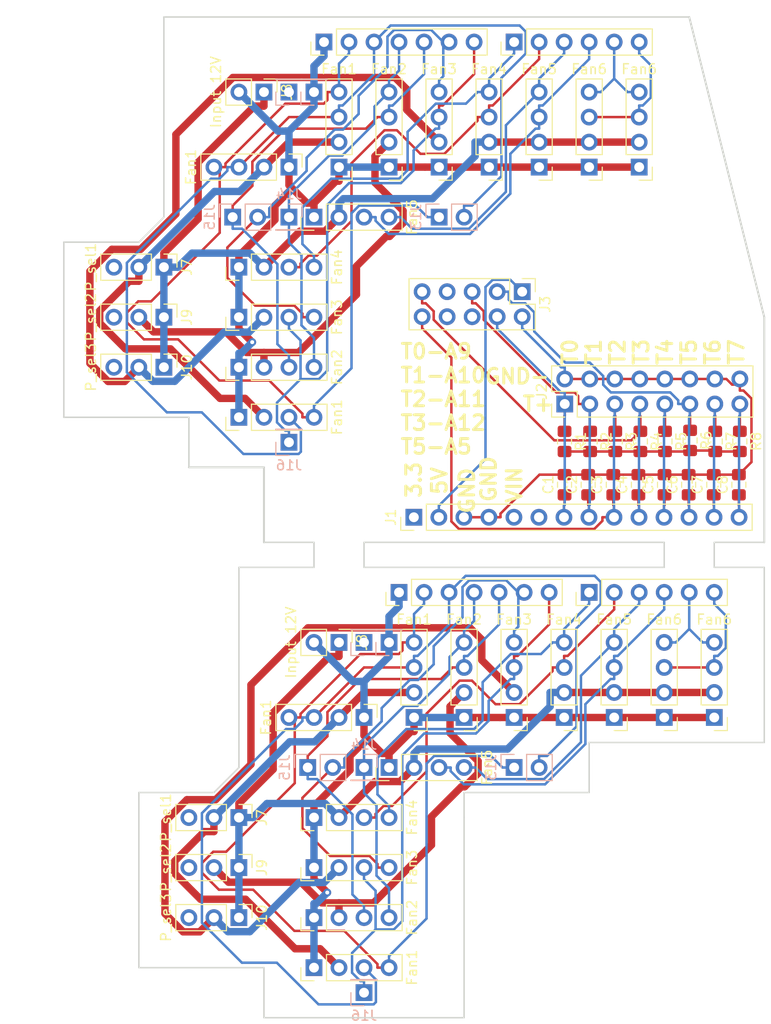
<source format=kicad_pcb>
(kicad_pcb (version 20171130) (host pcbnew 5.0.1)
  (layers (0 F.Cu mixed) (31 B.Cu mixed) (34 B.Paste user) (35 F.Paste user) (36 B.SilkS user) (37 F.SilkS user) (38 B.Mask user) (39 F.Mask user) (44 Edge.Cuts user))
  (net 0 "")
  (net 1 /GND)
  (net 2 /FAN_P1)
  (net 3 /FAN1)
  (net 4 /PWM1)
  (net 5 /PWM2)
  (net 6 /FAN2)
  (net 7 /FAN_P2)
  (net 8 /FAN_P3)
  (net 9 /FAN3)
  (net 10 /PWM3)
  (net 11 /PWM4)
  (net 12 /FAN4)
  (net 13 /12V)
  (net 14 /FAN5)
  (net 15 /PWM5)
  (net 16 /PWM6)
  (net 17 /FAN6)
  (net 18 "Net-(J7-Pad3)")
  (net 19 "Net-(J9-Pad3)")
  (net 20 "Net-(J10-Pad3)")
  (net 21 "Net-(J17-Pad1)")
  (net 22 /A6)
  (net 23 +5V)
  (net 24 /A5)
  (net 25 /A4)
  (net 26 /A11)
  (net 27 /A12)
  (net 28 /A1)
  (net 29 /A0)
  (net 30 /A7)
  (net 31 GND)
  (net 32 /5V)
  (net 33 /D40)
  (net 34 /D44)
  (net 35 /D42)
  (net 36 /3V)
  (net 37 /VIN)
  (net 38 "Net-(J1-Pad6)")
  (module Connector_PinHeader_2.54mm:PinHeader_1x04_P2.54mm_Vertical (layer F.Cu) (at 88.9 58.42 180)
    (fp_text reference J6123)
    (fp_text value Fan6 (at 0 9.95 180) (layer F.SilkS))
    (pad 1 thru_hole rect (at 0 0 180) (size 1.7 1.7) (drill 1) (layers *.Cu *.Mask) (net 1 /GND))
    (pad 2 thru_hole oval (at 0 2.54 180) (size 1.7 1.7) (drill 1) (layers *.Cu *.Mask) (net 13 /12V))
    (pad 3 thru_hole oval (at 0 5.08 180) (size 1.7 1.7) (drill 1) (layers *.Cu *.Mask) (net 17 /FAN6))
    (pad 4 thru_hole oval (at 0 7.62 180) (size 1.7 1.7) (drill 1) (layers *.Cu *.Mask) (net 16 /PWM6))
  )
  (module Connector_PinHeader_2.54mm:PinHeader_1x04_P2.54mm_Vertical (layer F.Cu) (at 53.34 58.42 270)
    (fp_text reference J1123)
    (fp_text value Fan1 (at 0 9.95 270) (layer F.SilkS))
    (pad 4 thru_hole oval (at 0 7.62 270) (size 1.7 1.7) (drill 1) (layers *.Cu *.Mask) (net 4 /PWM1))
    (pad 3 thru_hole oval (at 0 5.08 270) (size 1.7 1.7) (drill 1) (layers *.Cu *.Mask) (net 3 /FAN1))
    (pad 2 thru_hole oval (at 0 2.54 270) (size 1.7 1.7) (drill 1) (layers *.Cu *.Mask) (net 2 /FAN_P1))
    (pad 1 thru_hole rect (at 0 0 270) (size 1.7 1.7) (drill 1) (layers *.Cu *.Mask) (net 1 /GND))
  )
  (module Connector_PinHeader_2.54mm:PinHeader_1x04_P2.54mm_Vertical (layer F.Cu) (at 55.88 63.5 90)
    (fp_text reference J5123)
    (fp_text value Fan5 (at 0 9.95 90) (layer F.SilkS))
    (pad 4 thru_hole oval (at 0 7.62 90) (size 1.7 1.7) (drill 1) (layers *.Cu *.Mask) (net 15 /PWM5))
    (pad 3 thru_hole oval (at 0 5.08 90) (size 1.7 1.7) (drill 1) (layers *.Cu *.Mask) (net 14 /FAN5))
    (pad 2 thru_hole oval (at 0 2.54 90) (size 1.7 1.7) (drill 1) (layers *.Cu *.Mask) (net 13 /12V))
    (pad 1 thru_hole rect (at 0 0 90) (size 1.7 1.7) (drill 1) (layers *.Cu *.Mask) (net 1 /GND))
  )
  (module Connector_PinHeader_2.54mm:PinHeader_1x04_P2.54mm_Vertical (layer F.Cu) (at 48.26 68.58 90)
    (fp_text reference J4123)
    (fp_text value Fan4 (at 0 9.95 90) (layer F.SilkS))
    (pad 1 thru_hole rect (at 0 0 90) (size 1.7 1.7) (drill 1) (layers *.Cu *.Mask) (net 1 /GND))
    (pad 2 thru_hole oval (at 0 2.54 90) (size 1.7 1.7) (drill 1) (layers *.Cu *.Mask) (net 13 /12V))
    (pad 3 thru_hole oval (at 0 5.08 90) (size 1.7 1.7) (drill 1) (layers *.Cu *.Mask) (net 12 /FAN4))
    (pad 4 thru_hole oval (at 0 7.62 90) (size 1.7 1.7) (drill 1) (layers *.Cu *.Mask) (net 11 /PWM4))
  )
  (module Connector_PinHeader_2.54mm:PinHeader_1x04_P2.54mm_Vertical (layer F.Cu) (at 48.26 73.66 90)
    (fp_text reference J32)
    (fp_text value Fan3 (at 0 9.95 90) (layer F.SilkS))
    (pad 4 thru_hole oval (at 0 7.62 90) (size 1.7 1.7) (drill 1) (layers *.Cu *.Mask) (net 10 /PWM3))
    (pad 3 thru_hole oval (at 0 5.08 90) (size 1.7 1.7) (drill 1) (layers *.Cu *.Mask) (net 9 /FAN3))
    (pad 2 thru_hole oval (at 0 2.54 90) (size 1.7 1.7) (drill 1) (layers *.Cu *.Mask) (net 8 /FAN_P3))
    (pad 1 thru_hole rect (at 0 0 90) (size 1.7 1.7) (drill 1) (layers *.Cu *.Mask) (net 1 /GND))
  )
  (module Connector_PinHeader_2.54mm:PinHeader_1x04_P2.54mm_Vertical (layer F.Cu) (at 48.26 78.74 90)
    (fp_text reference J22)
    (fp_text value Fan2 (at 0 9.95 90) (layer F.SilkS))
    (pad 1 thru_hole rect (at 0 0 90) (size 1.7 1.7) (drill 1) (layers *.Cu *.Mask) (net 1 /GND))
    (pad 2 thru_hole oval (at 0 2.54 90) (size 1.7 1.7) (drill 1) (layers *.Cu *.Mask) (net 7 /FAN_P2))
    (pad 3 thru_hole oval (at 0 5.08 90) (size 1.7 1.7) (drill 1) (layers *.Cu *.Mask) (net 6 /FAN2))
    (pad 4 thru_hole oval (at 0 7.62 90) (size 1.7 1.7) (drill 1) (layers *.Cu *.Mask) (net 5 /PWM2))
  )
  (module Connector_PinHeader_2.54mm:PinHeader_1x04_P2.54mm_Vertical (layer F.Cu) (at 48.26 83.82 90)
    (fp_text reference J122)
    (fp_text value Fan1 (at 0 9.95 90) (layer F.SilkS))
    (pad 4 thru_hole oval (at 0 7.62 90) (size 1.7 1.7) (drill 1) (layers *.Cu *.Mask) (net 4 /PWM1))
    (pad 3 thru_hole oval (at 0 5.08 90) (size 1.7 1.7) (drill 1) (layers *.Cu *.Mask) (net 3 /FAN1))
    (pad 2 thru_hole oval (at 0 2.54 90) (size 1.7 1.7) (drill 1) (layers *.Cu *.Mask) (net 2 /FAN_P1))
    (pad 1 thru_hole rect (at 0 0 90) (size 1.7 1.7) (drill 1) (layers *.Cu *.Mask) (net 1 /GND))
  )
  (module Connector_PinHeader_2.54mm:PinHeader_1x01_P2.54mm_Vertical (layer B.Cu) (at 55.88 50.8)
    (fp_text reference J18)
    (fp_text value RAMPS_GND)
    (pad 1 thru_hole rect (at 0 0) (size 1.7 1.7) (drill 1) (layers *.Cu *.Mask) (net 1 /GND))
  )
  (module Connector_PinHeader_2.54mm:PinHeader_1x01_P2.54mm_Vertical (layer B.Cu) (at 53.34 50.8)
    (fp_text reference J17)
    (fp_text value RAMPS_12v)
    (pad 1 thru_hole rect (at 0 0) (size 1.7 1.7) (drill 1) (layers *.Cu *.Mask) (net 21 "Net-(J17-Pad1)"))
  )
  (module Connector_PinHeader_2.54mm:PinHeader_1x01_P2.54mm_Vertical (layer B.Cu) (at 53.34 86.36)
    (fp_text reference J16 (at 0 2.33) (layer B.SilkS) (effects (justify mirror)))
    (fp_text value RAPMS_P4)
    (pad 1 thru_hole rect (at 0 0) (size 1.7 1.7) (drill 1) (layers *.Cu *.Mask) (net 9 /FAN3))
  )
  (module Connector_PinHeader_2.54mm:PinHeader_1x01_P2.54mm_Vertical (layer B.Cu) (at 53.34 63.5 180)
    (fp_text reference J14 (at 0 2.33 180) (layer B.SilkS) (effects (justify mirror)))
    (fp_text value RAMPS_P2)
    (pad 1 thru_hole rect (at 0 0 180) (size 1.7 1.7) (drill 1) (layers *.Cu *.Mask) (net 5 /PWM2))
  )
  (module Connector_PinHeader_2.54mm:PinHeader_1x02_P2.54mm_Vertical (layer B.Cu) (at 47.625 63.5 270)
    (fp_text reference J15 (at 0 2.33 270) (layer B.SilkS) (effects (justify mirror)))
    (fp_text value RAMPS_P3)
    (pad 2 thru_hole oval (at 0 -2.54 270) (size 1.7 1.7) (drill 1) (layers *.Cu *.Mask) (net 10 /PWM3))
    (pad 1 thru_hole rect (at 0 0 270) (size 1.7 1.7) (drill 1) (layers *.Cu *.Mask) (net 6 /FAN2))
  )
  (module Connector_PinHeader_2.54mm:PinHeader_1x02_P2.54mm_Vertical (layer B.Cu) (at 68.58 63.5 270)
    (fp_text reference J13 (at 0 2.33 270) (layer B.SilkS) (effects (justify mirror)))
    (fp_text value RAMPS_P1)
    (pad 1 thru_hole rect (at 0 0 270) (size 1.7 1.7) (drill 1) (layers *.Cu *.Mask) (net 4 /PWM1))
    (pad 2 thru_hole oval (at 0 -2.54 270) (size 1.7 1.7) (drill 1) (layers *.Cu *.Mask) (net 3 /FAN1))
  )
  (module Connector_PinHeader_2.54mm:PinHeader_1x07_P2.54mm_Vertical (layer F.Cu) (at 56.896 45.72 90)
    (fp_text reference J11)
    (fp_text value Arduino_P1)
    (pad 1 thru_hole rect (at 0 0 90) (size 1.7 1.7) (drill 1) (layers *.Cu *.Mask) (net 1 /GND))
    (pad 2 thru_hole oval (at 0 2.54 90) (size 1.7 1.7) (drill 1) (layers *.Cu *.Mask) (net 4 /PWM1))
    (pad 3 thru_hole oval (at 0 5.08 90) (size 1.7 1.7) (drill 1) (layers *.Cu *.Mask) (net 3 /FAN1))
    (pad 4 thru_hole oval (at 0 7.62 90) (size 1.7 1.7) (drill 1) (layers *.Cu *.Mask) (net 5 /PWM2))
    (pad 5 thru_hole oval (at 0 10.16 90) (size 1.7 1.7) (drill 1) (layers *.Cu *.Mask) (net 6 /FAN2))
    (pad 6 thru_hole oval (at 0 12.7 90) (size 1.7 1.7) (drill 1) (layers *.Cu *.Mask) (net 10 /PWM3))
    (pad 7 thru_hole oval (at 0 15.24 90) (size 1.7 1.7) (drill 1) (layers *.Cu *.Mask) (net 9 /FAN3))
  )
  (module Connector_PinHeader_2.54mm:PinHeader_1x06_P2.54mm_Vertical (layer F.Cu) (at 76.2 45.72 90)
    (fp_text reference J12)
    (fp_text value Arduino_P2)
    (pad 6 thru_hole oval (at 0 12.7 90) (size 1.7 1.7) (drill 1) (layers *.Cu *.Mask) (net 17 /FAN6))
    (pad 5 thru_hole oval (at 0 10.16 90) (size 1.7 1.7) (drill 1) (layers *.Cu *.Mask) (net 16 /PWM6))
    (pad 4 thru_hole oval (at 0 7.62 90) (size 1.7 1.7) (drill 1) (layers *.Cu *.Mask) (net 14 /FAN5))
    (pad 3 thru_hole oval (at 0 5.08 90) (size 1.7 1.7) (drill 1) (layers *.Cu *.Mask) (net 15 /PWM5))
    (pad 2 thru_hole oval (at 0 2.54 90) (size 1.7 1.7) (drill 1) (layers *.Cu *.Mask) (net 12 /FAN4))
    (pad 1 thru_hole rect (at 0 0 90) (size 1.7 1.7) (drill 1) (layers *.Cu *.Mask) (net 11 /PWM4))
  )
  (module Connector_PinHeader_2.54mm:PinHeader_1x02_P2.54mm_Vertical (layer F.Cu) (at 50.8 50.8 270)
    (fp_text reference J8 (at 0 -2.33 270) (layer F.SilkS))
    (fp_text value "Input 12V" (at 0 4.87 270) (layer F.SilkS))
    (pad 1 thru_hole rect (at 0 0 270) (size 1.7 1.7) (drill 1) (layers *.Cu *.Mask) (net 13 /12V))
    (pad 2 thru_hole oval (at 0 2.54 270) (size 1.7 1.7) (drill 1) (layers *.Cu *.Mask) (net 1 /GND))
  )
  (module Connector_PinHeader_2.54mm:PinHeader_1x03_P2.54mm_Vertical (layer F.Cu) (at 40.64 78.74 270)
    (fp_text reference J10 (at 0 -2.33 270) (layer F.SilkS))
    (fp_text value P_sel3 (at 0 7.41 270) (layer F.SilkS))
    (pad 1 thru_hole rect (at 0 0 270) (size 1.7 1.7) (drill 1) (layers *.Cu *.Mask) (net 13 /12V))
    (pad 2 thru_hole oval (at 0 2.54 270) (size 1.7 1.7) (drill 1) (layers *.Cu *.Mask) (net 8 /FAN_P3))
    (pad 3 thru_hole oval (at 0 5.08 270) (size 1.7 1.7) (drill 1) (layers *.Cu *.Mask) (net 20 "Net-(J10-Pad3)"))
  )
  (module Connector_PinHeader_2.54mm:PinHeader_1x03_P2.54mm_Vertical (layer F.Cu) (at 40.64 73.66 270)
    (fp_text reference J9 (at 0 -2.33 270) (layer F.SilkS))
    (fp_text value P_sel2 (at 0 7.41 270) (layer F.SilkS))
    (pad 3 thru_hole oval (at 0 5.08 270) (size 1.7 1.7) (drill 1) (layers *.Cu *.Mask) (net 19 "Net-(J9-Pad3)"))
    (pad 2 thru_hole oval (at 0 2.54 270) (size 1.7 1.7) (drill 1) (layers *.Cu *.Mask) (net 7 /FAN_P2))
    (pad 1 thru_hole rect (at 0 0 270) (size 1.7 1.7) (drill 1) (layers *.Cu *.Mask) (net 13 /12V))
  )
  (module Connector_PinHeader_2.54mm:PinHeader_1x03_P2.54mm_Vertical (layer F.Cu) (at 40.64 68.58 270)
    (fp_text reference J7 (at 0 -2.33 270) (layer F.SilkS))
    (fp_text value P_sel1 (at 0 7.41 270) (layer F.SilkS))
    (pad 1 thru_hole rect (at 0 0 270) (size 1.7 1.7) (drill 1) (layers *.Cu *.Mask) (net 13 /12V))
    (pad 2 thru_hole oval (at 0 2.54 270) (size 1.7 1.7) (drill 1) (layers *.Cu *.Mask) (net 2 /FAN_P1))
    (pad 3 thru_hole oval (at 0 5.08 270) (size 1.7 1.7) (drill 1) (layers *.Cu *.Mask) (net 18 "Net-(J7-Pad3)"))
  )
  (module Connector_PinHeader_2.54mm:PinHeader_1x04_P2.54mm_Vertical (layer F.Cu) (at 83.82 58.42 180)
    (fp_text reference J6)
    (fp_text value Fan6 (at 0 9.95 180) (layer F.SilkS))
    (pad 4 thru_hole oval (at 0 7.62 180) (size 1.7 1.7) (drill 1) (layers *.Cu *.Mask) (net 16 /PWM6))
    (pad 3 thru_hole oval (at 0 5.08 180) (size 1.7 1.7) (drill 1) (layers *.Cu *.Mask) (net 17 /FAN6))
    (pad 2 thru_hole oval (at 0 2.54 180) (size 1.7 1.7) (drill 1) (layers *.Cu *.Mask) (net 13 /12V))
    (pad 1 thru_hole rect (at 0 0 180) (size 1.7 1.7) (drill 1) (layers *.Cu *.Mask) (net 1 /GND))
  )
  (module Connector_PinHeader_2.54mm:PinHeader_1x04_P2.54mm_Vertical (layer F.Cu) (at 78.74 58.42 180)
    (fp_text reference J5)
    (fp_text value Fan5 (at 0 9.95 180) (layer F.SilkS))
    (pad 1 thru_hole rect (at 0 0 180) (size 1.7 1.7) (drill 1) (layers *.Cu *.Mask) (net 1 /GND))
    (pad 2 thru_hole oval (at 0 2.54 180) (size 1.7 1.7) (drill 1) (layers *.Cu *.Mask) (net 13 /12V))
    (pad 3 thru_hole oval (at 0 5.08 180) (size 1.7 1.7) (drill 1) (layers *.Cu *.Mask) (net 14 /FAN5))
    (pad 4 thru_hole oval (at 0 7.62 180) (size 1.7 1.7) (drill 1) (layers *.Cu *.Mask) (net 15 /PWM5))
  )
  (module Connector_PinHeader_2.54mm:PinHeader_1x04_P2.54mm_Vertical (layer F.Cu) (at 73.66 58.42 180)
    (fp_text reference J4)
    (fp_text value Fan4 (at 0 9.95 180) (layer F.SilkS))
    (pad 4 thru_hole oval (at 0 7.62 180) (size 1.7 1.7) (drill 1) (layers *.Cu *.Mask) (net 11 /PWM4))
    (pad 3 thru_hole oval (at 0 5.08 180) (size 1.7 1.7) (drill 1) (layers *.Cu *.Mask) (net 12 /FAN4))
    (pad 2 thru_hole oval (at 0 2.54 180) (size 1.7 1.7) (drill 1) (layers *.Cu *.Mask) (net 13 /12V))
    (pad 1 thru_hole rect (at 0 0 180) (size 1.7 1.7) (drill 1) (layers *.Cu *.Mask) (net 1 /GND))
  )
  (module Connector_PinHeader_2.54mm:PinHeader_1x04_P2.54mm_Vertical (layer F.Cu) (at 68.58 58.42 180)
    (fp_text reference J3)
    (fp_text value Fan3 (at 0 9.95 180) (layer F.SilkS))
    (pad 1 thru_hole rect (at 0 0 180) (size 1.7 1.7) (drill 1) (layers *.Cu *.Mask) (net 1 /GND))
    (pad 2 thru_hole oval (at 0 2.54 180) (size 1.7 1.7) (drill 1) (layers *.Cu *.Mask) (net 8 /FAN_P3))
    (pad 3 thru_hole oval (at 0 5.08 180) (size 1.7 1.7) (drill 1) (layers *.Cu *.Mask) (net 9 /FAN3))
    (pad 4 thru_hole oval (at 0 7.62 180) (size 1.7 1.7) (drill 1) (layers *.Cu *.Mask) (net 10 /PWM3))
  )
  (module Connector_PinHeader_2.54mm:PinHeader_1x04_P2.54mm_Vertical (layer F.Cu) (at 63.5 58.42 180)
    (fp_text reference J2)
    (fp_text value Fan2 (at 0 9.95 180) (layer F.SilkS))
    (pad 4 thru_hole oval (at 0 7.62 180) (size 1.7 1.7) (drill 1) (layers *.Cu *.Mask) (net 5 /PWM2))
    (pad 3 thru_hole oval (at 0 5.08 180) (size 1.7 1.7) (drill 1) (layers *.Cu *.Mask) (net 6 /FAN2))
    (pad 2 thru_hole oval (at 0 2.54 180) (size 1.7 1.7) (drill 1) (layers *.Cu *.Mask) (net 7 /FAN_P2))
    (pad 1 thru_hole rect (at 0 0 180) (size 1.7 1.7) (drill 1) (layers *.Cu *.Mask) (net 1 /GND))
  )
  (module Connector_PinHeader_2.54mm:PinHeader_1x04_P2.54mm_Vertical (layer F.Cu) (at 58.42 58.42 180)
    (fp_text reference J1)
    (fp_text value Fan1 (at 0 9.95 180) (layer F.SilkS))
    (pad 1 thru_hole rect (at 0 0 180) (size 1.7 1.7) (drill 1) (layers *.Cu *.Mask) (net 1 /GND))
    (pad 2 thru_hole oval (at 0 2.54 180) (size 1.7 1.7) (drill 1) (layers *.Cu *.Mask) (net 2 /FAN_P1))
    (pad 3 thru_hole oval (at 0 5.08 180) (size 1.7 1.7) (drill 1) (layers *.Cu *.Mask) (net 3 /FAN1))
    (pad 4 thru_hole oval (at 0 7.62 180) (size 1.7 1.7) (drill 1) (layers *.Cu *.Mask) (net 4 /PWM1))
  )
  (module Capacitor_SMD:C_0805_2012Metric_Pad1.15x1.40mm_HandSolder (layer F.Cu) (at 83.72 90.67 90)
    (fp_text reference C2 (at 0 -1.65 90) (layer F.SilkS))
    (fp_text value 10uF)
    (pad 2 smd roundrect (at 1.025 0 90) (size 1.15 1.4) (layers F.Cu F.Paste F.Mask) (roundrect_rratio 0.217391) (net 31 GND))
    (pad 1 smd roundrect (at -1.025 0 90) (size 1.15 1.4) (layers F.Cu F.Paste F.Mask) (roundrect_rratio 0.217391) (net 28 /A1))
  )
  (module Capacitor_SMD:C_0805_2012Metric_Pad1.15x1.40mm_HandSolder (layer F.Cu) (at 86.27 90.67 90)
    (fp_text reference C3 (at 0 -1.65 90) (layer F.SilkS))
    (fp_text value 10uF)
    (pad 1 smd roundrect (at -1.025 0 90) (size 1.15 1.4) (layers F.Cu F.Paste F.Mask) (roundrect_rratio 0.217391) (net 26 /A11))
    (pad 2 smd roundrect (at 1.025 0 90) (size 1.15 1.4) (layers F.Cu F.Paste F.Mask) (roundrect_rratio 0.217391) (net 31 GND))
  )
  (module Capacitor_SMD:C_0805_2012Metric_Pad1.15x1.40mm_HandSolder (layer F.Cu) (at 88.82 90.67 90)
    (fp_text reference C4 (at 0 -1.65 90) (layer F.SilkS))
    (fp_text value 10uF)
    (pad 2 smd roundrect (at 1.025 0 90) (size 1.15 1.4) (layers F.Cu F.Paste F.Mask) (roundrect_rratio 0.217391) (net 31 GND))
    (pad 1 smd roundrect (at -1.025 0 90) (size 1.15 1.4) (layers F.Cu F.Paste F.Mask) (roundrect_rratio 0.217391) (net 27 /A12))
  )
  (module Capacitor_SMD:C_0805_2012Metric_Pad1.15x1.40mm_HandSolder (layer F.Cu) (at 91.47 90.67 90)
    (fp_text reference C5 (at 0 -1.65 90) (layer F.SilkS))
    (fp_text value 10uF)
    (pad 1 smd roundrect (at -1.025 0 90) (size 1.15 1.4) (layers F.Cu F.Paste F.Mask) (roundrect_rratio 0.217391) (net 25 /A4))
    (pad 2 smd roundrect (at 1.025 0 90) (size 1.15 1.4) (layers F.Cu F.Paste F.Mask) (roundrect_rratio 0.217391) (net 31 GND))
  )
  (module Capacitor_SMD:C_0805_2012Metric_Pad1.15x1.40mm_HandSolder (layer F.Cu) (at 93.92 90.67 90)
    (fp_text reference C6 (at 0 -1.65 90) (layer F.SilkS))
    (fp_text value 10uF)
    (pad 2 smd roundrect (at 1.025 0 90) (size 1.15 1.4) (layers F.Cu F.Paste F.Mask) (roundrect_rratio 0.217391) (net 31 GND))
    (pad 1 smd roundrect (at -1.025 0 90) (size 1.15 1.4) (layers F.Cu F.Paste F.Mask) (roundrect_rratio 0.217391) (net 24 /A5))
  )
  (module Capacitor_SMD:C_0805_2012Metric_Pad1.15x1.40mm_HandSolder (layer F.Cu) (at 96.47 90.67 90)
    (fp_text reference C7 (at 0 -1.65 90) (layer F.SilkS))
    (fp_text value 10uF)
    (pad 1 smd roundrect (at -1.025 0 90) (size 1.15 1.4) (layers F.Cu F.Paste F.Mask) (roundrect_rratio 0.217391) (net 22 /A6))
    (pad 2 smd roundrect (at 1.025 0 90) (size 1.15 1.4) (layers F.Cu F.Paste F.Mask) (roundrect_rratio 0.217391) (net 31 GND))
  )
  (module Capacitor_SMD:C_0805_2012Metric_Pad1.15x1.40mm_HandSolder (layer F.Cu) (at 99.02 90.67 90)
    (fp_text reference C8 (at 0 -1.65 90) (layer F.SilkS))
    (fp_text value 10uF)
    (pad 2 smd roundrect (at 1.025 0 90) (size 1.15 1.4) (layers F.Cu F.Paste F.Mask) (roundrect_rratio 0.217391) (net 31 GND))
    (pad 1 smd roundrect (at -1.025 0 90) (size 1.15 1.4) (layers F.Cu F.Paste F.Mask) (roundrect_rratio 0.217391) (net 30 /A7))
  )
  (module Capacitor_SMD:C_0805_2012Metric_Pad1.15x1.40mm_HandSolder (layer F.Cu) (at 81.32 90.67 90)
    (fp_text reference C1 (at 0 -1.65 90) (layer F.SilkS))
    (fp_text value 10uF)
    (pad 1 smd roundrect (at -1.025 0 90) (size 1.15 1.4) (layers F.Cu F.Paste F.Mask) (roundrect_rratio 0.217391) (net 29 /A0))
    (pad 2 smd roundrect (at 1.025 0 90) (size 1.15 1.4) (layers F.Cu F.Paste F.Mask) (roundrect_rratio 0.217391) (net 31 GND))
  )
  (module Connector_PinHeader_2.54mm:PinHeader_1x14_P2.54mm_Vertical (layer F.Cu) (at 66.02 93.97 90)
    (fp_text reference J1 (at 0 -2.33 90) (layer F.SilkS))
    (fp_text value Conn_01x14)
    (pad 1 thru_hole rect (at 0 0 90) (size 1.7 1.7) (drill 1) (layers *.Cu *.Mask) (net 36 /3V))
    (pad 2 thru_hole oval (at 0 2.54 90) (size 1.7 1.7) (drill 1) (layers *.Cu *.Mask) (net 32 /5V))
    (pad 3 thru_hole oval (at 0 5.08 90) (size 1.7 1.7) (drill 1) (layers *.Cu *.Mask) (net 31 GND))
    (pad 4 thru_hole oval (at 0 7.62 90) (size 1.7 1.7) (drill 1) (layers *.Cu *.Mask) (net 31 GND))
    (pad 5 thru_hole oval (at 0 10.16 90) (size 1.7 1.7) (drill 1) (layers *.Cu *.Mask) (net 37 /VIN))
    (pad 6 thru_hole oval (at 0 12.7 90) (size 1.7 1.7) (drill 1) (layers *.Cu *.Mask) (net 38 "Net-(J1-Pad6)"))
    (pad 7 thru_hole oval (at 0 15.24 90) (size 1.7 1.7) (drill 1) (layers *.Cu *.Mask) (net 29 /A0))
    (pad 8 thru_hole oval (at 0 17.78 90) (size 1.7 1.7) (drill 1) (layers *.Cu *.Mask) (net 28 /A1))
    (pad 9 thru_hole oval (at 0 20.32 90) (size 1.7 1.7) (drill 1) (layers *.Cu *.Mask) (net 26 /A11))
    (pad 10 thru_hole oval (at 0 22.86 90) (size 1.7 1.7) (drill 1) (layers *.Cu *.Mask) (net 27 /A12))
    (pad 11 thru_hole oval (at 0 25.4 90) (size 1.7 1.7) (drill 1) (layers *.Cu *.Mask) (net 25 /A4))
    (pad 12 thru_hole oval (at 0 27.94 90) (size 1.7 1.7) (drill 1) (layers *.Cu *.Mask) (net 24 /A5))
    (pad 13 thru_hole oval (at 0 30.48 90) (size 1.7 1.7) (drill 1) (layers *.Cu *.Mask) (net 22 /A6))
    (pad 14 thru_hole oval (at 0 33.02 90) (size 1.7 1.7) (drill 1) (layers *.Cu *.Mask) (net 30 /A7))
  )
  (module Connector_PinHeader_2.54mm:PinHeader_2x05_P2.54mm_Vertical (layer F.Cu) (at 77.02 71.07 270)
    (fp_text reference J3 (at 1.27 -2.33 270) (layer F.SilkS))
    (fp_text value Conn_02x05_Odd_Even)
    (pad 1 thru_hole rect (at 0 0 270) (size 1.7 1.7) (drill 1) (layers *.Cu *.Mask) (net 32 /5V))
    (pad 2 thru_hole oval (at 2.54 0 270) (size 1.7 1.7) (drill 1) (layers *.Cu *.Mask) (net 31 GND))
    (pad 3 thru_hole oval (at 0 2.54 270) (size 1.7 1.7) (drill 1) (layers *.Cu *.Mask) (net 24 /A5))
    (pad 4 thru_hole oval (at 2.54 2.54 270) (size 1.7 1.7) (drill 1) (layers *.Cu *.Mask) (net 29 /A0))
    (pad 5 thru_hole oval (at 0 5.08 270) (size 1.7 1.7) (drill 1) (layers *.Cu *.Mask) (net 28 /A1))
    (pad 6 thru_hole oval (at 2.54 5.08 270) (size 1.7 1.7) (drill 1) (layers *.Cu *.Mask) (net 33 /D40))
    (pad 7 thru_hole oval (at 0 7.62 270) (size 1.7 1.7) (drill 1) (layers *.Cu *.Mask) (net 34 /D44))
    (pad 8 thru_hole oval (at 2.54 7.62 270) (size 1.7 1.7) (drill 1) (layers *.Cu *.Mask) (net 35 /D42))
    (pad 9 thru_hole oval (at 0 10.16 270) (size 1.7 1.7) (drill 1) (layers *.Cu *.Mask) (net 27 /A12))
    (pad 10 thru_hole oval (at 2.54 10.16 270) (size 1.7 1.7) (drill 1) (layers *.Cu *.Mask) (net 26 /A11))
  )
  (module Connector_PinHeader_2.54mm:PinHeader_2x08_P2.54mm_Vertical (layer F.Cu) (at 81.34 82.47 90)
    (fp_text reference J2 (at 1.27 -2.33 90) (layer F.SilkS))
    (fp_text value Conn_02x08_Top_Bottom)
    (pad 1 thru_hole rect (at 0 0 90) (size 1.7 1.7) (drill 1) (layers *.Cu *.Mask) (net 29 /A0))
    (pad 2 thru_hole oval (at 2.54 0 90) (size 1.7 1.7) (drill 1) (layers *.Cu *.Mask) (net 31 GND))
    (pad 3 thru_hole oval (at 0 2.54 90) (size 1.7 1.7) (drill 1) (layers *.Cu *.Mask) (net 28 /A1))
    (pad 4 thru_hole oval (at 2.54 2.54 90) (size 1.7 1.7) (drill 1) (layers *.Cu *.Mask) (net 31 GND))
    (pad 5 thru_hole oval (at 0 5.08 90) (size 1.7 1.7) (drill 1) (layers *.Cu *.Mask) (net 26 /A11))
    (pad 6 thru_hole oval (at 2.54 5.08 90) (size 1.7 1.7) (drill 1) (layers *.Cu *.Mask) (net 31 GND))
    (pad 7 thru_hole oval (at 0 7.62 90) (size 1.7 1.7) (drill 1) (layers *.Cu *.Mask) (net 27 /A12))
    (pad 8 thru_hole oval (at 2.54 7.62 90) (size 1.7 1.7) (drill 1) (layers *.Cu *.Mask) (net 31 GND))
    (pad 9 thru_hole oval (at 0 10.16 90) (size 1.7 1.7) (drill 1) (layers *.Cu *.Mask) (net 25 /A4))
    (pad 10 thru_hole oval (at 2.54 10.16 90) (size 1.7 1.7) (drill 1) (layers *.Cu *.Mask) (net 31 GND))
    (pad 11 thru_hole oval (at 0 12.7 90) (size 1.7 1.7) (drill 1) (layers *.Cu *.Mask) (net 24 /A5))
    (pad 12 thru_hole oval (at 2.54 12.7 90) (size 1.7 1.7) (drill 1) (layers *.Cu *.Mask) (net 31 GND))
    (pad 13 thru_hole oval (at 0 15.24 90) (size 1.7 1.7) (drill 1) (layers *.Cu *.Mask) (net 22 /A6))
    (pad 14 thru_hole oval (at 2.54 15.24 90) (size 1.7 1.7) (drill 1) (layers *.Cu *.Mask) (net 31 GND))
    (pad 15 thru_hole oval (at 0 17.78 90) (size 1.7 1.7) (drill 1) (layers *.Cu *.Mask) (net 30 /A7))
    (pad 16 thru_hole oval (at 2.54 17.78 90) (size 1.7 1.7) (drill 1) (layers *.Cu *.Mask) (net 31 GND))
  )
  (module Resistor_SMD:R_0805_2012Metric_Pad1.15x1.40mm_HandSolder (layer F.Cu) (at 99.12 86.27 270)
    (fp_text reference R8 (at 0 -1.65 270) (layer F.SilkS))
    (fp_text value 4.7K)
    (pad 2 smd roundrect (at 1.025 0 270) (size 1.15 1.4) (layers F.Cu F.Paste F.Mask) (roundrect_rratio 0.217391) (net 23 +5V))
    (pad 1 smd roundrect (at -1.025 0 270) (size 1.15 1.4) (layers F.Cu F.Paste F.Mask) (roundrect_rratio 0.217391) (net 30 /A7))
  )
  (module Resistor_SMD:R_0805_2012Metric_Pad1.15x1.40mm_HandSolder (layer F.Cu) (at 81.32 86.27 270)
    (fp_text reference R1 (at 0 -1.65 270) (layer F.SilkS))
    (fp_text value 4.7K)
    (pad 1 smd roundrect (at -1.025 0 270) (size 1.15 1.4) (layers F.Cu F.Paste F.Mask) (roundrect_rratio 0.217391) (net 29 /A0))
    (pad 2 smd roundrect (at 1.025 0 270) (size 1.15 1.4) (layers F.Cu F.Paste F.Mask) (roundrect_rratio 0.217391) (net 23 +5V))
  )
  (module Resistor_SMD:R_0805_2012Metric_Pad1.15x1.40mm_HandSolder (layer F.Cu) (at 83.92 86.27 270)
    (fp_text reference R2 (at 0 -1.65 270) (layer F.SilkS))
    (fp_text value 4.7K)
    (pad 2 smd roundrect (at 1.025 0 270) (size 1.15 1.4) (layers F.Cu F.Paste F.Mask) (roundrect_rratio 0.217391) (net 23 +5V))
    (pad 1 smd roundrect (at -1.025 0 270) (size 1.15 1.4) (layers F.Cu F.Paste F.Mask) (roundrect_rratio 0.217391) (net 28 /A1))
  )
  (module Resistor_SMD:R_0805_2012Metric_Pad1.15x1.40mm_HandSolder (layer F.Cu) (at 86.47 86.27 270)
    (fp_text reference R3 (at 0 -1.65 270) (layer F.SilkS))
    (fp_text value 4.7K)
    (pad 1 smd roundrect (at -1.025 0 270) (size 1.15 1.4) (layers F.Cu F.Paste F.Mask) (roundrect_rratio 0.217391) (net 26 /A11))
    (pad 2 smd roundrect (at 1.025 0 270) (size 1.15 1.4) (layers F.Cu F.Paste F.Mask) (roundrect_rratio 0.217391) (net 23 +5V))
  )
  (module Resistor_SMD:R_0805_2012Metric_Pad1.15x1.40mm_HandSolder (layer F.Cu) (at 89.02 86.27 270)
    (fp_text reference R4 (at 0 -1.65 270) (layer F.SilkS))
    (fp_text value 4.7K)
    (pad 2 smd roundrect (at 1.025 0 270) (size 1.15 1.4) (layers F.Cu F.Paste F.Mask) (roundrect_rratio 0.217391) (net 23 +5V))
    (pad 1 smd roundrect (at -1.025 0 270) (size 1.15 1.4) (layers F.Cu F.Paste F.Mask) (roundrect_rratio 0.217391) (net 27 /A12))
  )
  (module Resistor_SMD:R_0805_2012Metric_Pad1.15x1.40mm_HandSolder (layer F.Cu) (at 91.52 86.27 270)
    (fp_text reference R5 (at 0 -1.65 270) (layer F.SilkS))
    (fp_text value 4.7K)
    (pad 1 smd roundrect (at -1.025 0 270) (size 1.15 1.4) (layers F.Cu F.Paste F.Mask) (roundrect_rratio 0.217391) (net 25 /A4))
    (pad 2 smd roundrect (at 1.025 0 270) (size 1.15 1.4) (layers F.Cu F.Paste F.Mask) (roundrect_rratio 0.217391) (net 23 +5V))
  )
  (module Resistor_SMD:R_0805_2012Metric_Pad1.15x1.40mm_HandSolder (layer F.Cu) (at 94.07 86.17 270)
    (fp_text reference R6 (at 0 -1.65 270) (layer F.SilkS))
    (fp_text value 4.7K)
    (pad 2 smd roundrect (at 1.025 0 270) (size 1.15 1.4) (layers F.Cu F.Paste F.Mask) (roundrect_rratio 0.217391) (net 23 +5V))
    (pad 1 smd roundrect (at -1.025 0 270) (size 1.15 1.4) (layers F.Cu F.Paste F.Mask) (roundrect_rratio 0.217391) (net 24 /A5))
  )
  (module Resistor_SMD:R_0805_2012Metric_Pad1.15x1.40mm_HandSolder (layer F.Cu) (at 96.62 86.27 270)
    (fp_text reference R7 (at 0 -1.65 270) (layer F.SilkS))
    (fp_text value 4.7K)
    (pad 1 smd roundrect (at -1.025 0 270) (size 1.15 1.4) (layers F.Cu F.Paste F.Mask) (roundrect_rratio 0.217391) (net 22 /A6))
    (pad 2 smd roundrect (at 1.025 0 270) (size 1.15 1.4) (layers F.Cu F.Paste F.Mask) (roundrect_rratio 0.217391) (net 23 +5V))
  )
  (module Connector_PinHeader_2.54mm:PinHeader_1x04_P2.54mm_Vertical (layer F.Cu) (at 96.52 114.3 180)
    (fp_text reference J6123)
    (fp_text value Fan6 (at 0 9.95 180) (layer F.SilkS))
    (pad 1 thru_hole rect (at 0 0 180) (size 1.7 1.7) (drill 1) (layers *.Cu *.Mask) (net 1 /GND))
    (pad 2 thru_hole oval (at 0 2.54 180) (size 1.7 1.7) (drill 1) (layers *.Cu *.Mask) (net 13 /12V))
    (pad 3 thru_hole oval (at 0 5.08 180) (size 1.7 1.7) (drill 1) (layers *.Cu *.Mask) (net 17 /FAN6))
    (pad 4 thru_hole oval (at 0 7.62 180) (size 1.7 1.7) (drill 1) (layers *.Cu *.Mask) (net 16 /PWM6))
  )
  (module Connector_PinHeader_2.54mm:PinHeader_1x04_P2.54mm_Vertical (layer F.Cu) (at 60.96 114.3 270)
    (fp_text reference J1123)
    (fp_text value Fan1 (at 0 9.95 270) (layer F.SilkS))
    (pad 4 thru_hole oval (at 0 7.62 270) (size 1.7 1.7) (drill 1) (layers *.Cu *.Mask) (net 4 /PWM1))
    (pad 3 thru_hole oval (at 0 5.08 270) (size 1.7 1.7) (drill 1) (layers *.Cu *.Mask) (net 3 /FAN1))
    (pad 2 thru_hole oval (at 0 2.54 270) (size 1.7 1.7) (drill 1) (layers *.Cu *.Mask) (net 2 /FAN_P1))
    (pad 1 thru_hole rect (at 0 0 270) (size 1.7 1.7) (drill 1) (layers *.Cu *.Mask) (net 1 /GND))
  )
  (module Connector_PinHeader_2.54mm:PinHeader_1x04_P2.54mm_Vertical (layer F.Cu) (at 63.5 119.38 90)
    (fp_text reference J5123)
    (fp_text value Fan5 (at 0 9.95 90) (layer F.SilkS))
    (pad 4 thru_hole oval (at 0 7.62 90) (size 1.7 1.7) (drill 1) (layers *.Cu *.Mask) (net 15 /PWM5))
    (pad 3 thru_hole oval (at 0 5.08 90) (size 1.7 1.7) (drill 1) (layers *.Cu *.Mask) (net 14 /FAN5))
    (pad 2 thru_hole oval (at 0 2.54 90) (size 1.7 1.7) (drill 1) (layers *.Cu *.Mask) (net 13 /12V))
    (pad 1 thru_hole rect (at 0 0 90) (size 1.7 1.7) (drill 1) (layers *.Cu *.Mask) (net 1 /GND))
  )
  (module Connector_PinHeader_2.54mm:PinHeader_1x04_P2.54mm_Vertical (layer F.Cu) (at 55.88 124.46 90)
    (fp_text reference J4123)
    (fp_text value Fan4 (at 0 9.95 90) (layer F.SilkS))
    (pad 1 thru_hole rect (at 0 0 90) (size 1.7 1.7) (drill 1) (layers *.Cu *.Mask) (net 1 /GND))
    (pad 2 thru_hole oval (at 0 2.54 90) (size 1.7 1.7) (drill 1) (layers *.Cu *.Mask) (net 13 /12V))
    (pad 3 thru_hole oval (at 0 5.08 90) (size 1.7 1.7) (drill 1) (layers *.Cu *.Mask) (net 12 /FAN4))
    (pad 4 thru_hole oval (at 0 7.62 90) (size 1.7 1.7) (drill 1) (layers *.Cu *.Mask) (net 11 /PWM4))
  )
  (module Connector_PinHeader_2.54mm:PinHeader_1x04_P2.54mm_Vertical (layer F.Cu) (at 55.88 129.54 90)
    (fp_text reference J32)
    (fp_text value Fan3 (at 0 9.95 90) (layer F.SilkS))
    (pad 4 thru_hole oval (at 0 7.62 90) (size 1.7 1.7) (drill 1) (layers *.Cu *.Mask) (net 10 /PWM3))
    (pad 3 thru_hole oval (at 0 5.08 90) (size 1.7 1.7) (drill 1) (layers *.Cu *.Mask) (net 9 /FAN3))
    (pad 2 thru_hole oval (at 0 2.54 90) (size 1.7 1.7) (drill 1) (layers *.Cu *.Mask) (net 8 /FAN_P3))
    (pad 1 thru_hole rect (at 0 0 90) (size 1.7 1.7) (drill 1) (layers *.Cu *.Mask) (net 1 /GND))
  )
  (module Connector_PinHeader_2.54mm:PinHeader_1x04_P2.54mm_Vertical (layer F.Cu) (at 55.88 134.62 90)
    (fp_text reference J22)
    (fp_text value Fan2 (at 0 9.95 90) (layer F.SilkS))
    (pad 1 thru_hole rect (at 0 0 90) (size 1.7 1.7) (drill 1) (layers *.Cu *.Mask) (net 1 /GND))
    (pad 2 thru_hole oval (at 0 2.54 90) (size 1.7 1.7) (drill 1) (layers *.Cu *.Mask) (net 7 /FAN_P2))
    (pad 3 thru_hole oval (at 0 5.08 90) (size 1.7 1.7) (drill 1) (layers *.Cu *.Mask) (net 6 /FAN2))
    (pad 4 thru_hole oval (at 0 7.62 90) (size 1.7 1.7) (drill 1) (layers *.Cu *.Mask) (net 5 /PWM2))
  )
  (module Connector_PinHeader_2.54mm:PinHeader_1x04_P2.54mm_Vertical (layer F.Cu) (at 55.88 139.7 90)
    (fp_text reference J122)
    (fp_text value Fan1 (at 0 9.95 90) (layer F.SilkS))
    (pad 4 thru_hole oval (at 0 7.62 90) (size 1.7 1.7) (drill 1) (layers *.Cu *.Mask) (net 4 /PWM1))
    (pad 3 thru_hole oval (at 0 5.08 90) (size 1.7 1.7) (drill 1) (layers *.Cu *.Mask) (net 3 /FAN1))
    (pad 2 thru_hole oval (at 0 2.54 90) (size 1.7 1.7) (drill 1) (layers *.Cu *.Mask) (net 2 /FAN_P1))
    (pad 1 thru_hole rect (at 0 0 90) (size 1.7 1.7) (drill 1) (layers *.Cu *.Mask) (net 1 /GND))
  )
  (module Connector_PinHeader_2.54mm:PinHeader_1x01_P2.54mm_Vertical (layer B.Cu) (at 63.5 106.68)
    (fp_text reference J18)
    (fp_text value RAMPS_GND)
    (pad 1 thru_hole rect (at 0 0) (size 1.7 1.7) (drill 1) (layers *.Cu *.Mask) (net 1 /GND))
  )
  (module Connector_PinHeader_2.54mm:PinHeader_1x01_P2.54mm_Vertical (layer B.Cu) (at 60.96 106.68)
    (fp_text reference J17)
    (fp_text value RAMPS_12v)
    (pad 1 thru_hole rect (at 0 0) (size 1.7 1.7) (drill 1) (layers *.Cu *.Mask) (net 21 "Net-(J17-Pad1)"))
  )
  (module Connector_PinHeader_2.54mm:PinHeader_1x01_P2.54mm_Vertical (layer B.Cu) (at 60.96 142.24)
    (fp_text reference J16 (at 0 2.33) (layer B.SilkS) (effects (justify mirror)))
    (fp_text value RAPMS_P4)
    (pad 1 thru_hole rect (at 0 0) (size 1.7 1.7) (drill 1) (layers *.Cu *.Mask) (net 9 /FAN3))
  )
  (module Connector_PinHeader_2.54mm:PinHeader_1x01_P2.54mm_Vertical (layer B.Cu) (at 60.96 119.38 180)
    (fp_text reference J14 (at 0 2.33 180) (layer B.SilkS) (effects (justify mirror)))
    (fp_text value RAMPS_P2)
    (pad 1 thru_hole rect (at 0 0 180) (size 1.7 1.7) (drill 1) (layers *.Cu *.Mask) (net 5 /PWM2))
  )
  (module Connector_PinHeader_2.54mm:PinHeader_1x02_P2.54mm_Vertical (layer B.Cu) (at 55.245 119.38 270)
    (fp_text reference J15 (at 0 2.33 270) (layer B.SilkS) (effects (justify mirror)))
    (fp_text value RAMPS_P3)
    (pad 2 thru_hole oval (at 0 -2.54 270) (size 1.7 1.7) (drill 1) (layers *.Cu *.Mask) (net 10 /PWM3))
    (pad 1 thru_hole rect (at 0 0 270) (size 1.7 1.7) (drill 1) (layers *.Cu *.Mask) (net 6 /FAN2))
  )
  (module Connector_PinHeader_2.54mm:PinHeader_1x02_P2.54mm_Vertical (layer B.Cu) (at 76.2 119.38 270)
    (fp_text reference J13 (at 0 2.33 270) (layer B.SilkS) (effects (justify mirror)))
    (fp_text value RAMPS_P1)
    (pad 1 thru_hole rect (at 0 0 270) (size 1.7 1.7) (drill 1) (layers *.Cu *.Mask) (net 4 /PWM1))
    (pad 2 thru_hole oval (at 0 -2.54 270) (size 1.7 1.7) (drill 1) (layers *.Cu *.Mask) (net 3 /FAN1))
  )
  (module Connector_PinHeader_2.54mm:PinHeader_1x07_P2.54mm_Vertical (layer F.Cu) (at 64.516 101.6 90)
    (fp_text reference J11)
    (fp_text value Arduino_P1)
    (pad 1 thru_hole rect (at 0 0 90) (size 1.7 1.7) (drill 1) (layers *.Cu *.Mask) (net 1 /GND))
    (pad 2 thru_hole oval (at 0 2.54 90) (size 1.7 1.7) (drill 1) (layers *.Cu *.Mask) (net 4 /PWM1))
    (pad 3 thru_hole oval (at 0 5.08 90) (size 1.7 1.7) (drill 1) (layers *.Cu *.Mask) (net 3 /FAN1))
    (pad 4 thru_hole oval (at 0 7.62 90) (size 1.7 1.7) (drill 1) (layers *.Cu *.Mask) (net 5 /PWM2))
    (pad 5 thru_hole oval (at 0 10.16 90) (size 1.7 1.7) (drill 1) (layers *.Cu *.Mask) (net 6 /FAN2))
    (pad 6 thru_hole oval (at 0 12.7 90) (size 1.7 1.7) (drill 1) (layers *.Cu *.Mask) (net 10 /PWM3))
    (pad 7 thru_hole oval (at 0 15.24 90) (size 1.7 1.7) (drill 1) (layers *.Cu *.Mask) (net 9 /FAN3))
  )
  (module Connector_PinHeader_2.54mm:PinHeader_1x06_P2.54mm_Vertical (layer F.Cu) (at 83.82 101.6 90)
    (fp_text reference J12)
    (fp_text value Arduino_P2)
    (pad 6 thru_hole oval (at 0 12.7 90) (size 1.7 1.7) (drill 1) (layers *.Cu *.Mask) (net 17 /FAN6))
    (pad 5 thru_hole oval (at 0 10.16 90) (size 1.7 1.7) (drill 1) (layers *.Cu *.Mask) (net 16 /PWM6))
    (pad 4 thru_hole oval (at 0 7.62 90) (size 1.7 1.7) (drill 1) (layers *.Cu *.Mask) (net 14 /FAN5))
    (pad 3 thru_hole oval (at 0 5.08 90) (size 1.7 1.7) (drill 1) (layers *.Cu *.Mask) (net 15 /PWM5))
    (pad 2 thru_hole oval (at 0 2.54 90) (size 1.7 1.7) (drill 1) (layers *.Cu *.Mask) (net 12 /FAN4))
    (pad 1 thru_hole rect (at 0 0 90) (size 1.7 1.7) (drill 1) (layers *.Cu *.Mask) (net 11 /PWM4))
  )
  (module Connector_PinHeader_2.54mm:PinHeader_1x02_P2.54mm_Vertical (layer F.Cu) (at 58.42 106.68 270)
    (fp_text reference J8 (at 0 -2.33 270) (layer F.SilkS))
    (fp_text value "Input 12V" (at 0 4.87 270) (layer F.SilkS))
    (pad 1 thru_hole rect (at 0 0 270) (size 1.7 1.7) (drill 1) (layers *.Cu *.Mask) (net 13 /12V))
    (pad 2 thru_hole oval (at 0 2.54 270) (size 1.7 1.7) (drill 1) (layers *.Cu *.Mask) (net 1 /GND))
  )
  (module Connector_PinHeader_2.54mm:PinHeader_1x03_P2.54mm_Vertical (layer F.Cu) (at 48.26 134.62 270)
    (fp_text reference J10 (at 0 -2.33 270) (layer F.SilkS))
    (fp_text value P_sel3 (at 0 7.41 270) (layer F.SilkS))
    (pad 1 thru_hole rect (at 0 0 270) (size 1.7 1.7) (drill 1) (layers *.Cu *.Mask) (net 13 /12V))
    (pad 2 thru_hole oval (at 0 2.54 270) (size 1.7 1.7) (drill 1) (layers *.Cu *.Mask) (net 8 /FAN_P3))
    (pad 3 thru_hole oval (at 0 5.08 270) (size 1.7 1.7) (drill 1) (layers *.Cu *.Mask) (net 20 "Net-(J10-Pad3)"))
  )
  (module Connector_PinHeader_2.54mm:PinHeader_1x03_P2.54mm_Vertical (layer F.Cu) (at 48.26 129.54 270)
    (fp_text reference J9 (at 0 -2.33 270) (layer F.SilkS))
    (fp_text value P_sel2 (at 0 7.41 270) (layer F.SilkS))
    (pad 3 thru_hole oval (at 0 5.08 270) (size 1.7 1.7) (drill 1) (layers *.Cu *.Mask) (net 19 "Net-(J9-Pad3)"))
    (pad 2 thru_hole oval (at 0 2.54 270) (size 1.7 1.7) (drill 1) (layers *.Cu *.Mask) (net 7 /FAN_P2))
    (pad 1 thru_hole rect (at 0 0 270) (size 1.7 1.7) (drill 1) (layers *.Cu *.Mask) (net 13 /12V))
  )
  (module Connector_PinHeader_2.54mm:PinHeader_1x03_P2.54mm_Vertical (layer F.Cu) (at 48.26 124.46 270)
    (fp_text reference J7 (at 0 -2.33 270) (layer F.SilkS))
    (fp_text value P_sel1 (at 0 7.41 270) (layer F.SilkS))
    (pad 1 thru_hole rect (at 0 0 270) (size 1.7 1.7) (drill 1) (layers *.Cu *.Mask) (net 13 /12V))
    (pad 2 thru_hole oval (at 0 2.54 270) (size 1.7 1.7) (drill 1) (layers *.Cu *.Mask) (net 2 /FAN_P1))
    (pad 3 thru_hole oval (at 0 5.08 270) (size 1.7 1.7) (drill 1) (layers *.Cu *.Mask) (net 18 "Net-(J7-Pad3)"))
  )
  (module Connector_PinHeader_2.54mm:PinHeader_1x04_P2.54mm_Vertical (layer F.Cu) (at 91.44 114.3 180)
    (fp_text reference J6)
    (fp_text value Fan6 (at 0 9.95 180) (layer F.SilkS))
    (pad 4 thru_hole oval (at 0 7.62 180) (size 1.7 1.7) (drill 1) (layers *.Cu *.Mask) (net 16 /PWM6))
    (pad 3 thru_hole oval (at 0 5.08 180) (size 1.7 1.7) (drill 1) (layers *.Cu *.Mask) (net 17 /FAN6))
    (pad 2 thru_hole oval (at 0 2.54 180) (size 1.7 1.7) (drill 1) (layers *.Cu *.Mask) (net 13 /12V))
    (pad 1 thru_hole rect (at 0 0 180) (size 1.7 1.7) (drill 1) (layers *.Cu *.Mask) (net 1 /GND))
  )
  (module Connector_PinHeader_2.54mm:PinHeader_1x04_P2.54mm_Vertical (layer F.Cu) (at 86.36 114.3 180)
    (fp_text reference J5)
    (fp_text value Fan5 (at 0 9.95 180) (layer F.SilkS))
    (pad 1 thru_hole rect (at 0 0 180) (size 1.7 1.7) (drill 1) (layers *.Cu *.Mask) (net 1 /GND))
    (pad 2 thru_hole oval (at 0 2.54 180) (size 1.7 1.7) (drill 1) (layers *.Cu *.Mask) (net 13 /12V))
    (pad 3 thru_hole oval (at 0 5.08 180) (size 1.7 1.7) (drill 1) (layers *.Cu *.Mask) (net 14 /FAN5))
    (pad 4 thru_hole oval (at 0 7.62 180) (size 1.7 1.7) (drill 1) (layers *.Cu *.Mask) (net 15 /PWM5))
  )
  (module Connector_PinHeader_2.54mm:PinHeader_1x04_P2.54mm_Vertical (layer F.Cu) (at 81.28 114.3 180)
    (fp_text reference J4)
    (fp_text value Fan4 (at 0 9.95 180) (layer F.SilkS))
    (pad 4 thru_hole oval (at 0 7.62 180) (size 1.7 1.7) (drill 1) (layers *.Cu *.Mask) (net 11 /PWM4))
    (pad 3 thru_hole oval (at 0 5.08 180) (size 1.7 1.7) (drill 1) (layers *.Cu *.Mask) (net 12 /FAN4))
    (pad 2 thru_hole oval (at 0 2.54 180) (size 1.7 1.7) (drill 1) (layers *.Cu *.Mask) (net 13 /12V))
    (pad 1 thru_hole rect (at 0 0 180) (size 1.7 1.7) (drill 1) (layers *.Cu *.Mask) (net 1 /GND))
  )
  (module Connector_PinHeader_2.54mm:PinHeader_1x04_P2.54mm_Vertical (layer F.Cu) (at 76.2 114.3 180)
    (fp_text reference J3)
    (fp_text value Fan3 (at 0 9.95 180) (layer F.SilkS))
    (pad 1 thru_hole rect (at 0 0 180) (size 1.7 1.7) (drill 1) (layers *.Cu *.Mask) (net 1 /GND))
    (pad 2 thru_hole oval (at 0 2.54 180) (size 1.7 1.7) (drill 1) (layers *.Cu *.Mask) (net 8 /FAN_P3))
    (pad 3 thru_hole oval (at 0 5.08 180) (size 1.7 1.7) (drill 1) (layers *.Cu *.Mask) (net 9 /FAN3))
    (pad 4 thru_hole oval (at 0 7.62 180) (size 1.7 1.7) (drill 1) (layers *.Cu *.Mask) (net 10 /PWM3))
  )
  (module Connector_PinHeader_2.54mm:PinHeader_1x04_P2.54mm_Vertical (layer F.Cu) (at 71.12 114.3 180)
    (fp_text reference J2)
    (fp_text value Fan2 (at 0 9.95 180) (layer F.SilkS))
    (pad 4 thru_hole oval (at 0 7.62 180) (size 1.7 1.7) (drill 1) (layers *.Cu *.Mask) (net 5 /PWM2))
    (pad 3 thru_hole oval (at 0 5.08 180) (size 1.7 1.7) (drill 1) (layers *.Cu *.Mask) (net 6 /FAN2))
    (pad 2 thru_hole oval (at 0 2.54 180) (size 1.7 1.7) (drill 1) (layers *.Cu *.Mask) (net 7 /FAN_P2))
    (pad 1 thru_hole rect (at 0 0 180) (size 1.7 1.7) (drill 1) (layers *.Cu *.Mask) (net 1 /GND))
  )
  (module Connector_PinHeader_2.54mm:PinHeader_1x04_P2.54mm_Vertical (layer F.Cu) (at 66.04 114.3 180)
    (fp_text reference J1)
    (fp_text value Fan1 (at 0 9.95 180) (layer F.SilkS))
    (pad 1 thru_hole rect (at 0 0 180) (size 1.7 1.7) (drill 1) (layers *.Cu *.Mask) (net 1 /GND))
    (pad 2 thru_hole oval (at 0 2.54 180) (size 1.7 1.7) (drill 1) (layers *.Cu *.Mask) (net 2 /FAN_P1))
    (pad 3 thru_hole oval (at 0 5.08 180) (size 1.7 1.7) (drill 1) (layers *.Cu *.Mask) (net 3 /FAN1))
    (pad 4 thru_hole oval (at 0 7.62 180) (size 1.7 1.7) (drill 1) (layers *.Cu *.Mask) (net 4 /PWM1))
  )
  (gr_line (start 60.96 99.06) (end 60.96 96.52) (layer Edge.Cuts) (width 0.15))
  (gr_line (start 91.44 99.06) (end 60.96 99.06) (layer Edge.Cuts) (width 0.15))
  (gr_line (start 91.44 96.52) (end 91.44 99.06) (layer Edge.Cuts) (width 0.15))
  (gr_line (start 60.96 96.52) (end 91.44 96.52) (layer Edge.Cuts) (width 0.15))
  (gr_line (start 55.88 99.06) (end 48.26 99.06) (layer Edge.Cuts) (width 0.15))
  (gr_line (start 55.88 96.52) (end 55.88 99.06) (layer Edge.Cuts) (width 0.15))
  (gr_line (start 50.8 96.52) (end 55.88 96.52) (layer Edge.Cuts) (width 0.15))
  (gr_line (start 96.52 96.52) (end 101.6 96.52) (layer Edge.Cuts) (width 0.15))
  (gr_line (start 96.52 99.06) (end 96.52 96.52) (layer Edge.Cuts) (width 0.15))
  (gr_line (start 101.6 99.06) (end 96.52 99.06) (layer Edge.Cuts) (width 0.15))
  (gr_line (start 50.8 88.9) (end 43.18 88.9) (layer Edge.Cuts) (width 0.2))
  (gr_line (start 50.8 96.52) (end 50.8 88.9) (layer Edge.Cuts) (width 0.2))
  (gr_line (start 101.6 73.66) (end 101.6 96.52) (layer Edge.Cuts) (width 0.2))
  (gr_line (start 93.98 43.18) (end 101.6 73.66) (layer Edge.Cuts) (width 0.2))
  (gr_line (start 40.64 43.18) (end 93.98 43.18) (layer Edge.Cuts) (width 0.15))
  (gr_line (start 43.18 83.82) (end 43.18 88.9) (layer Edge.Cuts) (width 0.15))
  (gr_line (start 30.48 83.82) (end 43.18 83.82) (layer Edge.Cuts) (width 0.15))
  (gr_line (start 30.48 66.04) (end 30.48 83.82) (layer Edge.Cuts) (width 0.15))
  (gr_line (start 38.1 66.04) (end 30.48 66.04) (layer Edge.Cuts) (width 0.15))
  (gr_line (start 40.64 63.5) (end 38.1 66.04) (layer Edge.Cuts) (width 0.15))
  (gr_line (start 40.64 43.18) (end 40.64 63.5) (layer Edge.Cuts) (width 0.15))
  (gr_text "T0-A9\nT1-A10\nT2-A11\nT3-A12\nT5-A5" (at 64.52 81.97) (layer F.SilkS) (effects (font (size 1.5 1.5) (thickness 0.3)) (justify left)))
  (gr_text "T0\nT1\nT2\nT3\nT4\nT5\nT6\nT7" (at 90.32 78.67 90) (layer F.SilkS) (effects (font (size 1.5 1.5) (thickness 0.3)) (justify left)))
  (gr_text GND- (at 79.92 79.67) (layer F.SilkS) (effects (font (size 1.5 1.5) (thickness 0.3)) (justify right)))
  (gr_text T+ (at 78.62 82.47) (layer F.SilkS) (effects (font (size 1.5 1.5) (thickness 0.3))))
  (gr_text VIN (at 76.22 92.67 90) (layer F.SilkS) (effects (font (size 1.5 1.5) (thickness 0.3)) (justify left)))
  (gr_text GND (at 73.62 92.57 90) (layer F.SilkS) (effects (font (size 1.5 1.5) (thickness 0.3)) (justify left)))
  (gr_text GND (at 71.42 91.27 90) (layer F.SilkS) (effects (font (size 1.5 1.5) (thickness 0.3))))
  (gr_text 5V (at 68.62 90.27 90) (layer F.SilkS) (effects (font (size 1.5 1.5) (thickness 0.3))))
  (gr_text 3.3 (at 66.02 90.17 90) (layer F.SilkS) (effects (font (size 1.5 1.5) (thickness 0.3))))
  (gr_line (start 101.6 99.06) (end 101.6 116.84) (layer Edge.Cuts) (width 0.15))
  (gr_line (start 71.12 121.92) (end 71.12 124.46) (layer Edge.Cuts) (width 0.15))
  (gr_line (start 83.82 121.92) (end 71.12 121.92) (layer Edge.Cuts) (width 0.15))
  (gr_line (start 71.12 144.78) (end 71.12 124.46) (layer Edge.Cuts) (width 0.15))
  (gr_line (start 50.8 144.78) (end 71.12 144.78) (layer Edge.Cuts) (width 0.15))
  (gr_line (start 50.8 139.7) (end 50.8 144.78) (layer Edge.Cuts) (width 0.15))
  (gr_line (start 38.1 139.7) (end 50.8 139.7) (layer Edge.Cuts) (width 0.15))
  (gr_line (start 38.1 121.92) (end 38.1 139.7) (layer Edge.Cuts) (width 0.15))
  (gr_line (start 45.72 121.92) (end 38.1 121.92) (layer Edge.Cuts) (width 0.15))
  (gr_line (start 48.26 119.38) (end 45.72 121.92) (layer Edge.Cuts) (width 0.15))
  (gr_line (start 48.26 99.06) (end 48.26 119.38) (layer Edge.Cuts) (width 0.15))
  (gr_line (start 83.82 121.92) (end 83.82 116.84) (layer Edge.Cuts) (width 0.15))
  (gr_line (start 83.82 116.84) (end 101.6 116.84) (layer Edge.Cuts) (width 0.15))
  (segment (start 58.42 58.42) (end 58.42 59.8453) (width 0.75) (layer F.Cu) (net 1))
  (segment (start 58.42 59.8453) (end 58.1094 59.8453) (width 0.75) (layer F.Cu) (net 1))
  (segment (start 58.1094 59.8453) (end 55.88 62.0747) (width 0.75) (layer F.Cu) (net 1))
  (segment (start 53.6673 60.5746) (end 55.1674 62.0747) (width 0.75) (layer F.Cu) (net 1))
  (segment (start 55.1674 62.0747) (end 55.88 62.0747) (width 0.75) (layer F.Cu) (net 1))
  (segment (start 53.34 58.42) (end 53.34 60.2473) (width 0.75) (layer F.Cu) (net 1))
  (segment (start 53.34 60.2473) (end 53.6673 60.5746) (width 0.75) (layer F.Cu) (net 1))
  (segment (start 53.6673 60.5746) (end 51.9146 62.3273) (width 0.75) (layer F.Cu) (net 1))
  (segment (start 51.9146 62.3273) (end 51.9146 63.7673) (width 0.75) (layer F.Cu) (net 1))
  (segment (start 51.9146 63.7673) (end 48.5272 67.1547) (width 0.75) (layer F.Cu) (net 1))
  (segment (start 48.5272 67.1547) (end 48.26 67.1547) (width 0.75) (layer F.Cu) (net 1))
  (segment (start 55.88 63.5) (end 55.88 62.0747) (width 0.75) (layer F.Cu) (net 1))
  (segment (start 53.34 54.7653) (end 55.88 52.2253) (width 0.75) (layer B.Cu) (net 1))
  (segment (start 48.26 50.8) (end 52.2253 54.7653) (width 0.75) (layer B.Cu) (net 1))
  (segment (start 52.2253 54.7653) (end 53.34 54.7653) (width 0.75) (layer B.Cu) (net 1))
  (segment (start 53.34 54.7653) (end 53.34 56.9947) (width 0.75) (layer B.Cu) (net 1))
  (segment (start 53.34 58.42) (end 53.34 56.9947) (width 0.75) (layer B.Cu) (net 1))
  (segment (start 62.0747 58.42) (end 58.42 58.42) (width 0.75) (layer B.Cu) (net 1))
  (segment (start 48.26 68.58) (end 48.26 67.1547) (width 0.75) (layer F.Cu) (net 1))
  (segment (start 55.88 50.8) (end 55.88 52.2253) (width 0.75) (layer B.Cu) (net 1))
  (segment (start 56.896 47.1453) (end 55.88 48.1613) (width 0.75) (layer B.Cu) (net 1))
  (segment (start 55.88 48.1613) (end 55.88 50.8) (width 0.75) (layer B.Cu) (net 1))
  (segment (start 63.5 58.42) (end 62.0747 58.42) (width 0.75) (layer B.Cu) (net 1))
  (segment (start 68.58 58.42) (end 67.1547 58.42) (width 0.75) (layer F.Cu) (net 1))
  (segment (start 67.1547 58.42) (end 63.5 58.42) (width 0.75) (layer F.Cu) (net 1))
  (segment (start 78.74 58.42) (end 75.0853 58.42) (width 0.75) (layer F.Cu) (net 1))
  (segment (start 83.82 58.42) (end 78.74 58.42) (width 0.75) (layer F.Cu) (net 1))
  (segment (start 73.66 58.42) (end 75.0853 58.42) (width 0.75) (layer F.Cu) (net 1))
  (segment (start 49.6099 76.194) (end 48.5012 75.0853) (width 0.75) (layer F.Cu) (net 1))
  (segment (start 48.5012 75.0853) (end 48.26 75.0853) (width 0.75) (layer F.Cu) (net 1))
  (segment (start 48.26 77.3147) (end 48.4892 77.3147) (width 0.75) (layer B.Cu) (net 1))
  (segment (start 48.4892 77.3147) (end 49.6099 76.194) (width 0.75) (layer B.Cu) (net 1))
  (segment (start 48.26 78.74) (end 48.26 77.3147) (width 0.75) (layer B.Cu) (net 1))
  (segment (start 48.26 73.66) (end 48.26 75.0853) (width 0.75) (layer F.Cu) (net 1))
  (segment (start 48.26 83.82) (end 48.26 78.74) (width 0.75) (layer B.Cu) (net 1))
  (segment (start 68.58 58.42) (end 73.66 58.42) (width 0.75) (layer F.Cu) (net 1))
  (segment (start 48.26 73.66) (end 48.26 68.58) (width 0.75) (layer B.Cu) (net 1))
  (segment (start 83.82 58.42) (end 88.9 58.42) (width 0.75) (layer F.Cu) (net 1))
  (segment (start 56.896 45.72) (end 56.896 47.1453) (width 0.75) (layer B.Cu) (net 1))
  (via (at 49.6099 76.194) (size 0.8) (layers F.Cu B.Cu) (net 1))
  (segment (start 66.04 114.3) (end 66.04 115.7253) (width 0.75) (layer F.Cu) (net 1))
  (segment (start 66.04 115.7253) (end 65.7294 115.7253) (width 0.75) (layer F.Cu) (net 1))
  (segment (start 65.7294 115.7253) (end 63.5 117.9547) (width 0.75) (layer F.Cu) (net 1))
  (segment (start 61.2873 116.4546) (end 62.7874 117.9547) (width 0.75) (layer F.Cu) (net 1))
  (segment (start 62.7874 117.9547) (end 63.5 117.9547) (width 0.75) (layer F.Cu) (net 1))
  (segment (start 60.96 114.3) (end 60.96 116.1273) (width 0.75) (layer F.Cu) (net 1))
  (segment (start 60.96 116.1273) (end 61.2873 116.4546) (width 0.75) (layer F.Cu) (net 1))
  (segment (start 61.2873 116.4546) (end 59.5346 118.2073) (width 0.75) (layer F.Cu) (net 1))
  (segment (start 59.5346 118.2073) (end 59.5346 119.6473) (width 0.75) (layer F.Cu) (net 1))
  (segment (start 59.5346 119.6473) (end 56.1472 123.0347) (width 0.75) (layer F.Cu) (net 1))
  (segment (start 56.1472 123.0347) (end 55.88 123.0347) (width 0.75) (layer F.Cu) (net 1))
  (segment (start 63.5 119.38) (end 63.5 117.9547) (width 0.75) (layer F.Cu) (net 1))
  (segment (start 60.96 110.6453) (end 63.5 108.1053) (width 0.75) (layer B.Cu) (net 1))
  (segment (start 55.88 106.68) (end 59.8453 110.6453) (width 0.75) (layer B.Cu) (net 1))
  (segment (start 59.8453 110.6453) (end 60.96 110.6453) (width 0.75) (layer B.Cu) (net 1))
  (segment (start 60.96 110.6453) (end 60.96 112.8747) (width 0.75) (layer B.Cu) (net 1))
  (segment (start 60.96 114.3) (end 60.96 112.8747) (width 0.75) (layer B.Cu) (net 1))
  (segment (start 69.6947 114.3) (end 66.04 114.3) (width 0.75) (layer B.Cu) (net 1))
  (segment (start 55.88 124.46) (end 55.88 123.0347) (width 0.75) (layer F.Cu) (net 1))
  (segment (start 63.5 106.68) (end 63.5 108.1053) (width 0.75) (layer B.Cu) (net 1))
  (segment (start 64.516 103.0253) (end 63.5 104.0413) (width 0.75) (layer B.Cu) (net 1))
  (segment (start 63.5 104.0413) (end 63.5 106.68) (width 0.75) (layer B.Cu) (net 1))
  (segment (start 71.12 114.3) (end 69.6947 114.3) (width 0.75) (layer B.Cu) (net 1))
  (segment (start 76.2 114.3) (end 74.7747 114.3) (width 0.75) (layer F.Cu) (net 1))
  (segment (start 74.7747 114.3) (end 71.12 114.3) (width 0.75) (layer F.Cu) (net 1))
  (segment (start 86.36 114.3) (end 82.7053 114.3) (width 0.75) (layer F.Cu) (net 1))
  (segment (start 91.44 114.3) (end 86.36 114.3) (width 0.75) (layer F.Cu) (net 1))
  (segment (start 81.28 114.3) (end 82.7053 114.3) (width 0.75) (layer F.Cu) (net 1))
  (segment (start 57.2299 132.074) (end 56.1212 130.9653) (width 0.75) (layer F.Cu) (net 1))
  (segment (start 56.1212 130.9653) (end 55.88 130.9653) (width 0.75) (layer F.Cu) (net 1))
  (segment (start 55.88 133.1947) (end 56.1092 133.1947) (width 0.75) (layer B.Cu) (net 1))
  (segment (start 56.1092 133.1947) (end 57.2299 132.074) (width 0.75) (layer B.Cu) (net 1))
  (segment (start 55.88 134.62) (end 55.88 133.1947) (width 0.75) (layer B.Cu) (net 1))
  (segment (start 55.88 129.54) (end 55.88 130.9653) (width 0.75) (layer F.Cu) (net 1))
  (segment (start 55.88 139.7) (end 55.88 134.62) (width 0.75) (layer B.Cu) (net 1))
  (segment (start 76.2 114.3) (end 81.28 114.3) (width 0.75) (layer F.Cu) (net 1))
  (segment (start 55.88 129.54) (end 55.88 124.46) (width 0.75) (layer B.Cu) (net 1))
  (segment (start 91.44 114.3) (end 96.52 114.3) (width 0.75) (layer F.Cu) (net 1))
  (segment (start 64.516 101.6) (end 64.516 103.0253) (width 0.75) (layer B.Cu) (net 1))
  (via (at 57.2299 132.074) (size 0.8) (layers F.Cu B.Cu) (net 1))
  (segment (start 50.8 58.42) (end 53.34 55.88) (width 0.75) (layer F.Cu) (net 2))
  (segment (start 53.34 55.88) (end 58.42 55.88) (width 0.75) (layer F.Cu) (net 2))
  (segment (start 50.8 58.42) (end 48.3302 60.8898) (width 0.75) (layer B.Cu) (net 2))
  (segment (start 48.3302 60.8898) (end 45.7902 60.8898) (width 0.75) (layer B.Cu) (net 2))
  (segment (start 45.7902 60.8898) (end 38.1 68.58) (width 0.75) (layer B.Cu) (net 2))
  (segment (start 38.1 68.58) (end 38.1 70.0053) (width 0.75) (layer F.Cu) (net 2))
  (segment (start 38.1 70.0053) (end 37.1201 70.0053) (width 0.75) (layer F.Cu) (net 2))
  (segment (start 37.1201 70.0053) (end 34.1248 73.0006) (width 0.75) (layer F.Cu) (net 2))
  (segment (start 34.1248 73.0006) (end 34.1248 74.2598) (width 0.75) (layer F.Cu) (net 2))
  (segment (start 34.1248 74.2598) (end 36.7393 76.8743) (width 0.75) (layer F.Cu) (net 2))
  (segment (start 36.7393 76.8743) (end 41.313 76.8743) (width 0.75) (layer F.Cu) (net 2))
  (segment (start 41.313 76.8743) (end 46.3419 81.9032) (width 0.75) (layer F.Cu) (net 2))
  (segment (start 46.3419 81.9032) (end 48.8832 81.9032) (width 0.75) (layer F.Cu) (net 2))
  (segment (start 48.8832 81.9032) (end 50.8 83.82) (width 0.75) (layer F.Cu) (net 2))
  (segment (start 58.42 114.3) (end 60.96 111.76) (width 0.75) (layer F.Cu) (net 2))
  (segment (start 60.96 111.76) (end 66.04 111.76) (width 0.75) (layer F.Cu) (net 2))
  (segment (start 58.42 114.3) (end 55.9502 116.7698) (width 0.75) (layer B.Cu) (net 2))
  (segment (start 55.9502 116.7698) (end 53.4102 116.7698) (width 0.75) (layer B.Cu) (net 2))
  (segment (start 53.4102 116.7698) (end 45.72 124.46) (width 0.75) (layer B.Cu) (net 2))
  (segment (start 45.72 124.46) (end 45.72 125.8853) (width 0.75) (layer F.Cu) (net 2))
  (segment (start 45.72 125.8853) (end 44.7401 125.8853) (width 0.75) (layer F.Cu) (net 2))
  (segment (start 44.7401 125.8853) (end 41.7448 128.8806) (width 0.75) (layer F.Cu) (net 2))
  (segment (start 41.7448 128.8806) (end 41.7448 130.1398) (width 0.75) (layer F.Cu) (net 2))
  (segment (start 41.7448 130.1398) (end 44.3593 132.7543) (width 0.75) (layer F.Cu) (net 2))
  (segment (start 44.3593 132.7543) (end 48.933 132.7543) (width 0.75) (layer F.Cu) (net 2))
  (segment (start 48.933 132.7543) (end 53.9619 137.7832) (width 0.75) (layer F.Cu) (net 2))
  (segment (start 53.9619 137.7832) (end 56.5032 137.7832) (width 0.75) (layer F.Cu) (net 2))
  (segment (start 56.5032 137.7832) (end 58.42 139.7) (width 0.75) (layer F.Cu) (net 2))
  (segment (start 58.42 53.34) (end 58.42 52.1647) (width 0.25) (layer B.Cu) (net 3))
  (segment (start 61.976 45.72) (end 61.976 46.8953) (width 0.25) (layer B.Cu) (net 3))
  (segment (start 61.976 46.8953) (end 61.976 48.9761) (width 0.25) (layer B.Cu) (net 3))
  (segment (start 61.976 48.9761) (end 58.7874 52.1647) (width 0.25) (layer B.Cu) (net 3))
  (segment (start 58.7874 52.1647) (end 58.42 52.1647) (width 0.25) (layer B.Cu) (net 3))
  (segment (start 71.12 62.3247) (end 71.928 62.3247) (width 0.25) (layer B.Cu) (net 3))
  (segment (start 71.928 62.3247) (end 74.9166 59.3361) (width 0.25) (layer B.Cu) (net 3))
  (segment (start 74.9166 59.3361) (end 74.9166 49.3542) (width 0.25) (layer B.Cu) (net 3))
  (segment (start 74.9166 49.3542) (end 77.3754 46.8954) (width 0.25) (layer B.Cu) (net 3))
  (segment (start 77.3754 46.8954) (end 77.3754 44.6602) (width 0.25) (layer B.Cu) (net 3))
  (segment (start 77.3754 44.6602) (end 76.7558 44.0406) (width 0.25) (layer B.Cu) (net 3))
  (segment (start 76.7558 44.0406) (end 63.6554 44.0406) (width 0.25) (layer B.Cu) (net 3))
  (segment (start 63.6554 44.0406) (end 61.976 45.72) (width 0.25) (layer B.Cu) (net 3))
  (segment (start 71.12 63.5) (end 71.12 62.3247) (width 0.25) (layer B.Cu) (net 3))
  (segment (start 58.42 53.34) (end 53.34 53.34) (width 0.25) (layer F.Cu) (net 3))
  (segment (start 53.34 53.34) (end 48.26 58.42) (width 0.25) (layer F.Cu) (net 3))
  (segment (start 48.26 58.42) (end 47.0847 58.42) (width 0.25) (layer B.Cu) (net 3))
  (segment (start 47.0847 58.42) (end 47.0847 58.7874) (width 0.25) (layer B.Cu) (net 3))
  (segment (start 47.0847 58.7874) (end 46.2768 59.5953) (width 0.25) (layer B.Cu) (net 3))
  (segment (start 46.2768 59.5953) (end 45.4224 59.5953) (width 0.25) (layer B.Cu) (net 3))
  (segment (start 45.4224 59.5953) (end 36.8803 68.1374) (width 0.25) (layer B.Cu) (net 3))
  (segment (start 36.8803 68.1374) (end 36.8803 79.2562) (width 0.25) (layer B.Cu) (net 3))
  (segment (start 36.8803 79.2562) (end 40.9422 83.3181) (width 0.25) (layer B.Cu) (net 3))
  (segment (start 40.9422 83.3181) (end 44.488 83.3181) (width 0.25) (layer B.Cu) (net 3))
  (segment (start 44.488 83.3181) (end 48.7187 87.5488) (width 0.25) (layer B.Cu) (net 3))
  (segment (start 48.7187 87.5488) (end 54.3154 87.5488) (width 0.25) (layer B.Cu) (net 3))
  (segment (start 54.3154 87.5488) (end 54.5469 87.3173) (width 0.25) (layer B.Cu) (net 3))
  (segment (start 54.5469 87.3173) (end 54.5469 85.0269) (width 0.25) (layer B.Cu) (net 3))
  (segment (start 54.5469 85.0269) (end 53.34 83.82) (width 0.25) (layer B.Cu) (net 3))
  (segment (start 66.04 109.22) (end 66.04 108.0447) (width 0.25) (layer B.Cu) (net 3))
  (segment (start 69.596 101.6) (end 69.596 102.7753) (width 0.25) (layer B.Cu) (net 3))
  (segment (start 69.596 102.7753) (end 69.596 104.8561) (width 0.25) (layer B.Cu) (net 3))
  (segment (start 69.596 104.8561) (end 66.4074 108.0447) (width 0.25) (layer B.Cu) (net 3))
  (segment (start 66.4074 108.0447) (end 66.04 108.0447) (width 0.25) (layer B.Cu) (net 3))
  (segment (start 78.74 118.2047) (end 79.548 118.2047) (width 0.25) (layer B.Cu) (net 3))
  (segment (start 79.548 118.2047) (end 82.5366 115.2161) (width 0.25) (layer B.Cu) (net 3))
  (segment (start 82.5366 115.2161) (end 82.5366 105.2342) (width 0.25) (layer B.Cu) (net 3))
  (segment (start 82.5366 105.2342) (end 84.9954 102.7754) (width 0.25) (layer B.Cu) (net 3))
  (segment (start 84.9954 102.7754) (end 84.9954 100.5402) (width 0.25) (layer B.Cu) (net 3))
  (segment (start 84.9954 100.5402) (end 84.3758 99.9206) (width 0.25) (layer B.Cu) (net 3))
  (segment (start 84.3758 99.9206) (end 71.2754 99.9206) (width 0.25) (layer B.Cu) (net 3))
  (segment (start 71.2754 99.9206) (end 69.596 101.6) (width 0.25) (layer B.Cu) (net 3))
  (segment (start 78.74 119.38) (end 78.74 118.2047) (width 0.25) (layer B.Cu) (net 3))
  (segment (start 66.04 109.22) (end 60.96 109.22) (width 0.25) (layer F.Cu) (net 3))
  (segment (start 60.96 109.22) (end 55.88 114.3) (width 0.25) (layer F.Cu) (net 3))
  (segment (start 55.88 114.3) (end 54.7047 114.3) (width 0.25) (layer B.Cu) (net 3))
  (segment (start 54.7047 114.3) (end 54.7047 114.6674) (width 0.25) (layer B.Cu) (net 3))
  (segment (start 54.7047 114.6674) (end 53.8968 115.4753) (width 0.25) (layer B.Cu) (net 3))
  (segment (start 53.8968 115.4753) (end 53.0424 115.4753) (width 0.25) (layer B.Cu) (net 3))
  (segment (start 53.0424 115.4753) (end 44.5003 124.0174) (width 0.25) (layer B.Cu) (net 3))
  (segment (start 44.5003 124.0174) (end 44.5003 135.1362) (width 0.25) (layer B.Cu) (net 3))
  (segment (start 44.5003 135.1362) (end 48.5622 139.1981) (width 0.25) (layer B.Cu) (net 3))
  (segment (start 48.5622 139.1981) (end 52.108 139.1981) (width 0.25) (layer B.Cu) (net 3))
  (segment (start 52.108 139.1981) (end 56.3387 143.4288) (width 0.25) (layer B.Cu) (net 3))
  (segment (start 56.3387 143.4288) (end 61.9354 143.4288) (width 0.25) (layer B.Cu) (net 3))
  (segment (start 61.9354 143.4288) (end 62.1669 143.1973) (width 0.25) (layer B.Cu) (net 3))
  (segment (start 62.1669 143.1973) (end 62.1669 140.9069) (width 0.25) (layer B.Cu) (net 3))
  (segment (start 62.1669 140.9069) (end 60.96 139.7) (width 0.25) (layer B.Cu) (net 3))
  (segment (start 68.58 63.5) (end 67.4047 63.5) (width 0.25) (layer B.Cu) (net 4))
  (segment (start 55.88 83.82) (end 55.88 82.6447) (width 0.25) (layer B.Cu) (net 4))
  (segment (start 55.88 82.6447) (end 59.69 78.8347) (width 0.25) (layer B.Cu) (net 4))
  (segment (start 59.69 78.8347) (end 59.69 63.1002) (width 0.25) (layer B.Cu) (net 4))
  (segment (start 59.69 63.1002) (end 60.4655 62.3247) (width 0.25) (layer B.Cu) (net 4))
  (segment (start 60.4655 62.3247) (end 66.2294 62.3247) (width 0.25) (layer B.Cu) (net 4))
  (segment (start 66.2294 62.3247) (end 67.4047 63.5) (width 0.25) (layer B.Cu) (net 4))
  (segment (start 55.88 83.82) (end 54.7047 83.82) (width 0.25) (layer F.Cu) (net 4))
  (segment (start 46.3077 58.42) (end 46.3077 65.0881) (width 0.25) (layer F.Cu) (net 4))
  (segment (start 46.3077 65.0881) (end 39.3443 72.0515) (width 0.25) (layer F.Cu) (net 4))
  (segment (start 39.3443 72.0515) (end 38.0312 72.0515) (width 0.25) (layer F.Cu) (net 4))
  (segment (start 38.0312 72.0515) (end 36.9005 73.1822) (width 0.25) (layer F.Cu) (net 4))
  (segment (start 36.9005 73.1822) (end 36.9005 74.1991) (width 0.25) (layer F.Cu) (net 4))
  (segment (start 36.9005 74.1991) (end 38.6082 75.9068) (width 0.25) (layer F.Cu) (net 4))
  (segment (start 38.6082 75.9068) (end 42.0884 75.9068) (width 0.25) (layer F.Cu) (net 4))
  (segment (start 42.0884 75.9068) (end 46.2698 80.0882) (width 0.25) (layer F.Cu) (net 4))
  (segment (start 46.2698 80.0882) (end 51.3402 80.0882) (width 0.25) (layer F.Cu) (net 4))
  (segment (start 51.3402 80.0882) (end 54.7047 83.4527) (width 0.25) (layer F.Cu) (net 4))
  (segment (start 54.7047 83.4527) (end 54.7047 83.82) (width 0.25) (layer F.Cu) (net 4))
  (segment (start 46.3077 58.42) (end 46.8953 58.42) (width 0.25) (layer F.Cu) (net 4))
  (segment (start 45.72 58.42) (end 46.3077 58.42) (width 0.25) (layer F.Cu) (net 4))
  (segment (start 59.436 46.8953) (end 58.42 47.9113) (width 0.25) (layer B.Cu) (net 4))
  (segment (start 58.42 47.9113) (end 58.42 50.8) (width 0.25) (layer B.Cu) (net 4))
  (segment (start 58.42 50.8) (end 57.2447 50.8) (width 0.25) (layer F.Cu) (net 4))
  (segment (start 57.2447 50.8) (end 57.2447 51.6081) (width 0.25) (layer F.Cu) (net 4))
  (segment (start 57.2447 51.6081) (end 56.8775 51.9753) (width 0.25) (layer F.Cu) (net 4))
  (segment (start 56.8775 51.9753) (end 52.9727 51.9753) (width 0.25) (layer F.Cu) (net 4))
  (segment (start 52.9727 51.9753) (end 46.8953 58.0527) (width 0.25) (layer F.Cu) (net 4))
  (segment (start 46.8953 58.0527) (end 46.8953 58.42) (width 0.25) (layer F.Cu) (net 4))
  (segment (start 59.436 45.72) (end 59.436 46.8953) (width 0.25) (layer B.Cu) (net 4))
  (segment (start 76.2 119.38) (end 75.0247 119.38) (width 0.25) (layer B.Cu) (net 4))
  (segment (start 63.5 139.7) (end 63.5 138.5247) (width 0.25) (layer B.Cu) (net 4))
  (segment (start 63.5 138.5247) (end 67.31 134.7147) (width 0.25) (layer B.Cu) (net 4))
  (segment (start 67.31 134.7147) (end 67.31 118.9802) (width 0.25) (layer B.Cu) (net 4))
  (segment (start 67.31 118.9802) (end 68.0855 118.2047) (width 0.25) (layer B.Cu) (net 4))
  (segment (start 68.0855 118.2047) (end 73.8494 118.2047) (width 0.25) (layer B.Cu) (net 4))
  (segment (start 73.8494 118.2047) (end 75.0247 119.38) (width 0.25) (layer B.Cu) (net 4))
  (segment (start 63.5 139.7) (end 62.3247 139.7) (width 0.25) (layer F.Cu) (net 4))
  (segment (start 53.9277 114.3) (end 53.9277 120.9681) (width 0.25) (layer F.Cu) (net 4))
  (segment (start 53.9277 120.9681) (end 46.9643 127.9315) (width 0.25) (layer F.Cu) (net 4))
  (segment (start 46.9643 127.9315) (end 45.6512 127.9315) (width 0.25) (layer F.Cu) (net 4))
  (segment (start 45.6512 127.9315) (end 44.5205 129.0622) (width 0.25) (layer F.Cu) (net 4))
  (segment (start 44.5205 129.0622) (end 44.5205 130.0791) (width 0.25) (layer F.Cu) (net 4))
  (segment (start 44.5205 130.0791) (end 46.2282 131.7868) (width 0.25) (layer F.Cu) (net 4))
  (segment (start 46.2282 131.7868) (end 49.7084 131.7868) (width 0.25) (layer F.Cu) (net 4))
  (segment (start 49.7084 131.7868) (end 53.8898 135.9682) (width 0.25) (layer F.Cu) (net 4))
  (segment (start 53.8898 135.9682) (end 58.9602 135.9682) (width 0.25) (layer F.Cu) (net 4))
  (segment (start 58.9602 135.9682) (end 62.3247 139.3327) (width 0.25) (layer F.Cu) (net 4))
  (segment (start 62.3247 139.3327) (end 62.3247 139.7) (width 0.25) (layer F.Cu) (net 4))
  (segment (start 53.9277 114.3) (end 54.5153 114.3) (width 0.25) (layer F.Cu) (net 4))
  (segment (start 53.34 114.3) (end 53.9277 114.3) (width 0.25) (layer F.Cu) (net 4))
  (segment (start 67.056 102.7753) (end 66.04 103.7913) (width 0.25) (layer B.Cu) (net 4))
  (segment (start 66.04 103.7913) (end 66.04 106.68) (width 0.25) (layer B.Cu) (net 4))
  (segment (start 66.04 106.68) (end 64.8647 106.68) (width 0.25) (layer F.Cu) (net 4))
  (segment (start 64.8647 106.68) (end 64.8647 107.4881) (width 0.25) (layer F.Cu) (net 4))
  (segment (start 64.8647 107.4881) (end 64.4975 107.8553) (width 0.25) (layer F.Cu) (net 4))
  (segment (start 64.4975 107.8553) (end 60.5927 107.8553) (width 0.25) (layer F.Cu) (net 4))
  (segment (start 60.5927 107.8553) (end 54.5153 113.9327) (width 0.25) (layer F.Cu) (net 4))
  (segment (start 54.5153 113.9327) (end 54.5153 114.3) (width 0.25) (layer F.Cu) (net 4))
  (segment (start 67.056 101.6) (end 67.056 102.7753) (width 0.25) (layer B.Cu) (net 4))
  (segment (start 53.34 63.5) (end 53.34 61.3326) (width 0.25) (layer B.Cu) (net 5))
  (segment (start 53.34 61.3326) (end 57.428 57.2446) (width 0.25) (layer B.Cu) (net 5))
  (segment (start 57.428 57.2446) (end 58.7556 57.2446) (width 0.25) (layer B.Cu) (net 5))
  (segment (start 58.7556 57.2446) (end 62.0235 53.9767) (width 0.25) (layer B.Cu) (net 5))
  (segment (start 62.0235 53.9767) (end 62.0235 52.2765) (width 0.25) (layer B.Cu) (net 5))
  (segment (start 62.0235 52.2765) (end 63.5 50.8) (width 0.25) (layer B.Cu) (net 5))
  (segment (start 55.88 78.74) (end 55.88 75.7497) (width 0.25) (layer B.Cu) (net 5))
  (segment (start 55.88 75.7497) (end 54.61 74.4797) (width 0.25) (layer B.Cu) (net 5))
  (segment (start 54.61 74.4797) (end 54.61 67.3573) (width 0.25) (layer B.Cu) (net 5))
  (segment (start 54.61 67.3573) (end 53.34 66.0873) (width 0.25) (layer B.Cu) (net 5))
  (segment (start 53.34 66.0873) (end 53.34 63.5) (width 0.25) (layer B.Cu) (net 5))
  (segment (start 63.5 50.8) (end 63.5 49.6247) (width 0.25) (layer B.Cu) (net 5))
  (segment (start 64.516 45.72) (end 64.516 48.6087) (width 0.25) (layer B.Cu) (net 5))
  (segment (start 64.516 48.6087) (end 63.5 49.6247) (width 0.25) (layer B.Cu) (net 5))
  (segment (start 60.96 119.38) (end 60.96 117.2126) (width 0.25) (layer B.Cu) (net 5))
  (segment (start 60.96 117.2126) (end 65.048 113.1246) (width 0.25) (layer B.Cu) (net 5))
  (segment (start 65.048 113.1246) (end 66.3756 113.1246) (width 0.25) (layer B.Cu) (net 5))
  (segment (start 66.3756 113.1246) (end 69.6435 109.8567) (width 0.25) (layer B.Cu) (net 5))
  (segment (start 69.6435 109.8567) (end 69.6435 108.1565) (width 0.25) (layer B.Cu) (net 5))
  (segment (start 69.6435 108.1565) (end 71.12 106.68) (width 0.25) (layer B.Cu) (net 5))
  (segment (start 63.5 134.62) (end 63.5 131.6297) (width 0.25) (layer B.Cu) (net 5))
  (segment (start 63.5 131.6297) (end 62.23 130.3597) (width 0.25) (layer B.Cu) (net 5))
  (segment (start 62.23 130.3597) (end 62.23 123.2373) (width 0.25) (layer B.Cu) (net 5))
  (segment (start 62.23 123.2373) (end 60.96 121.9673) (width 0.25) (layer B.Cu) (net 5))
  (segment (start 60.96 121.9673) (end 60.96 119.38) (width 0.25) (layer B.Cu) (net 5))
  (segment (start 71.12 106.68) (end 71.12 105.5047) (width 0.25) (layer B.Cu) (net 5))
  (segment (start 72.136 101.6) (end 72.136 104.4887) (width 0.25) (layer B.Cu) (net 5))
  (segment (start 72.136 104.4887) (end 71.12 105.5047) (width 0.25) (layer B.Cu) (net 5))
  (segment (start 53.34 78.74) (end 53.34 77.5647) (width 0.25) (layer B.Cu) (net 6))
  (segment (start 47.625 63.5) (end 47.625 64.6753) (width 0.25) (layer B.Cu) (net 6))
  (segment (start 47.625 64.6753) (end 48.5799 64.6753) (width 0.25) (layer B.Cu) (net 6))
  (segment (start 48.5799 64.6753) (end 52.1647 68.2601) (width 0.25) (layer B.Cu) (net 6))
  (segment (start 52.1647 68.2601) (end 52.1647 76.3894) (width 0.25) (layer B.Cu) (net 6))
  (segment (start 52.1647 76.3894) (end 53.34 77.5647) (width 0.25) (layer B.Cu) (net 6))
  (segment (start 47.625 63.5) (end 47.625 62.3247) (width 0.25) (layer F.Cu) (net 6))
  (segment (start 63.5 53.34) (end 62.3247 53.34) (width 0.25) (layer F.Cu) (net 6))
  (segment (start 62.3247 53.34) (end 61.1494 54.5153) (width 0.25) (layer F.Cu) (net 6))
  (segment (start 61.1494 54.5153) (end 52.9783 54.5153) (width 0.25) (layer F.Cu) (net 6))
  (segment (start 52.9783 54.5153) (end 49.6246 57.869) (width 0.25) (layer F.Cu) (net 6))
  (segment (start 49.6246 57.869) (end 49.6246 60.3251) (width 0.25) (layer F.Cu) (net 6))
  (segment (start 49.6246 60.3251) (end 47.625 62.3247) (width 0.25) (layer F.Cu) (net 6))
  (segment (start 63.5 53.34) (end 63.5 52.1752) (width 0.25) (layer B.Cu) (net 6))
  (segment (start 67.056 46.8953) (end 67.056 48.976) (width 0.25) (layer B.Cu) (net 6))
  (segment (start 67.056 48.976) (end 63.8568 52.1752) (width 0.25) (layer B.Cu) (net 6))
  (segment (start 63.8568 52.1752) (end 63.5 52.1752) (width 0.25) (layer B.Cu) (net 6))
  (segment (start 67.056 46.3076) (end 67.056 45.72) (width 0.25) (layer B.Cu) (net 6))
  (segment (start 67.056 46.3076) (end 67.056 46.8953) (width 0.25) (layer B.Cu) (net 6))
  (segment (start 60.96 134.62) (end 60.96 133.4447) (width 0.25) (layer B.Cu) (net 6))
  (segment (start 55.245 119.38) (end 55.245 120.5553) (width 0.25) (layer B.Cu) (net 6))
  (segment (start 55.245 120.5553) (end 56.1999 120.5553) (width 0.25) (layer B.Cu) (net 6))
  (segment (start 56.1999 120.5553) (end 59.7847 124.1401) (width 0.25) (layer B.Cu) (net 6))
  (segment (start 59.7847 124.1401) (end 59.7847 132.2694) (width 0.25) (layer B.Cu) (net 6))
  (segment (start 59.7847 132.2694) (end 60.96 133.4447) (width 0.25) (layer B.Cu) (net 6))
  (segment (start 55.245 119.38) (end 55.245 118.2047) (width 0.25) (layer F.Cu) (net 6))
  (segment (start 71.12 109.22) (end 69.9447 109.22) (width 0.25) (layer F.Cu) (net 6))
  (segment (start 69.9447 109.22) (end 68.7694 110.3953) (width 0.25) (layer F.Cu) (net 6))
  (segment (start 68.7694 110.3953) (end 60.5983 110.3953) (width 0.25) (layer F.Cu) (net 6))
  (segment (start 60.5983 110.3953) (end 57.2446 113.749) (width 0.25) (layer F.Cu) (net 6))
  (segment (start 57.2446 113.749) (end 57.2446 116.2051) (width 0.25) (layer F.Cu) (net 6))
  (segment (start 57.2446 116.2051) (end 55.245 118.2047) (width 0.25) (layer F.Cu) (net 6))
  (segment (start 71.12 109.22) (end 71.12 108.0552) (width 0.25) (layer B.Cu) (net 6))
  (segment (start 74.676 102.7753) (end 74.676 104.856) (width 0.25) (layer B.Cu) (net 6))
  (segment (start 74.676 104.856) (end 71.4768 108.0552) (width 0.25) (layer B.Cu) (net 6))
  (segment (start 71.4768 108.0552) (end 71.12 108.0552) (width 0.25) (layer B.Cu) (net 6))
  (segment (start 74.676 102.1876) (end 74.676 101.6) (width 0.25) (layer B.Cu) (net 6))
  (segment (start 74.676 102.1876) (end 74.676 102.7753) (width 0.25) (layer B.Cu) (net 6))
  (segment (start 50.8 77.242) (end 54.3147 77.242) (width 0.75) (layer F.Cu) (net 7))
  (segment (start 54.3147 77.242) (end 60.1928 71.3639) (width 0.75) (layer F.Cu) (net 7))
  (segment (start 60.1928 71.3639) (end 60.1928 68.4835) (width 0.75) (layer F.Cu) (net 7))
  (segment (start 60.1928 68.4835) (end 63.2217 65.4546) (width 0.75) (layer F.Cu) (net 7))
  (segment (start 63.2217 65.4546) (end 63.5613 65.4546) (width 0.75) (layer F.Cu) (net 7))
  (segment (start 63.5613 65.4546) (end 64.9254 64.0905) (width 0.75) (layer F.Cu) (net 7))
  (segment (start 64.9254 64.0905) (end 64.9254 62.8453) (width 0.75) (layer F.Cu) (net 7))
  (segment (start 64.9254 62.8453) (end 62.0746 59.9945) (width 0.75) (layer F.Cu) (net 7))
  (segment (start 62.0746 59.9945) (end 62.0746 57.3054) (width 0.75) (layer F.Cu) (net 7))
  (segment (start 62.0746 57.3054) (end 63.5 55.88) (width 0.75) (layer F.Cu) (net 7))
  (segment (start 38.1 73.66) (end 39.5861 75.1461) (width 0.75) (layer F.Cu) (net 7))
  (segment (start 39.5861 75.1461) (end 46.9434 75.1461) (width 0.75) (layer F.Cu) (net 7))
  (segment (start 46.9434 75.1461) (end 49.0393 77.242) (width 0.75) (layer F.Cu) (net 7))
  (segment (start 49.0393 77.242) (end 50.8 77.242) (width 0.75) (layer F.Cu) (net 7))
  (segment (start 50.8 77.242) (end 50.8 77.3147) (width 0.75) (layer F.Cu) (net 7))
  (segment (start 50.8 78.74) (end 50.8 77.3147) (width 0.75) (layer F.Cu) (net 7))
  (segment (start 58.42 133.122) (end 61.9347 133.122) (width 0.75) (layer F.Cu) (net 7))
  (segment (start 61.9347 133.122) (end 67.8128 127.2439) (width 0.75) (layer F.Cu) (net 7))
  (segment (start 67.8128 127.2439) (end 67.8128 124.3635) (width 0.75) (layer F.Cu) (net 7))
  (segment (start 67.8128 124.3635) (end 70.8417 121.3346) (width 0.75) (layer F.Cu) (net 7))
  (segment (start 70.8417 121.3346) (end 71.1813 121.3346) (width 0.75) (layer F.Cu) (net 7))
  (segment (start 71.1813 121.3346) (end 72.5454 119.9705) (width 0.75) (layer F.Cu) (net 7))
  (segment (start 72.5454 119.9705) (end 72.5454 118.7253) (width 0.75) (layer F.Cu) (net 7))
  (segment (start 72.5454 118.7253) (end 69.6946 115.8745) (width 0.75) (layer F.Cu) (net 7))
  (segment (start 69.6946 115.8745) (end 69.6946 113.1854) (width 0.75) (layer F.Cu) (net 7))
  (segment (start 69.6946 113.1854) (end 71.12 111.76) (width 0.75) (layer F.Cu) (net 7))
  (segment (start 45.72 129.54) (end 47.2061 131.0261) (width 0.75) (layer F.Cu) (net 7))
  (segment (start 47.2061 131.0261) (end 54.5634 131.0261) (width 0.75) (layer F.Cu) (net 7))
  (segment (start 54.5634 131.0261) (end 56.6593 133.122) (width 0.75) (layer F.Cu) (net 7))
  (segment (start 56.6593 133.122) (end 58.42 133.122) (width 0.75) (layer F.Cu) (net 7))
  (segment (start 58.42 133.122) (end 58.42 133.1947) (width 0.75) (layer F.Cu) (net 7))
  (segment (start 58.42 134.62) (end 58.42 133.1947) (width 0.75) (layer F.Cu) (net 7))
  (segment (start 38.1 78.74) (end 36.6554 80.1846) (width 0.75) (layer F.Cu) (net 8))
  (segment (start 36.6554 80.1846) (end 34.978 80.1846) (width 0.75) (layer F.Cu) (net 8))
  (segment (start 34.978 80.1846) (end 33.1294 78.336) (width 0.75) (layer F.Cu) (net 8))
  (segment (start 33.1294 78.336) (end 33.1294 68.9931) (width 0.75) (layer F.Cu) (net 8))
  (segment (start 33.1294 68.9931) (end 35.3564 66.7661) (width 0.75) (layer F.Cu) (net 8))
  (segment (start 35.3564 66.7661) (end 38.276 66.7661) (width 0.75) (layer F.Cu) (net 8))
  (segment (start 38.276 66.7661) (end 41.8596 63.1825) (width 0.75) (layer F.Cu) (net 8))
  (segment (start 41.8596 63.1825) (end 41.8596 55.1068) (width 0.75) (layer F.Cu) (net 8))
  (segment (start 41.8596 55.1068) (end 47.6511 49.3153) (width 0.75) (layer F.Cu) (net 8))
  (segment (start 47.6511 49.3153) (end 64.1014 49.3153) (width 0.75) (layer F.Cu) (net 8))
  (segment (start 64.1014 49.3153) (end 65.299 50.5129) (width 0.75) (layer F.Cu) (net 8))
  (segment (start 65.299 50.5129) (end 65.299 52.599) (width 0.75) (layer F.Cu) (net 8))
  (segment (start 65.299 52.599) (end 68.58 55.88) (width 0.75) (layer F.Cu) (net 8))
  (segment (start 38.1 78.74) (end 39.5254 80.1654) (width 0.75) (layer B.Cu) (net 8))
  (segment (start 39.5254 80.1654) (end 41.7455 80.1654) (width 0.75) (layer B.Cu) (net 8))
  (segment (start 41.7455 80.1654) (end 46.7348 75.1761) (width 0.75) (layer B.Cu) (net 8))
  (segment (start 46.7348 75.1761) (end 49.2839 75.1761) (width 0.75) (layer B.Cu) (net 8))
  (segment (start 49.2839 75.1761) (end 50.8 73.66) (width 0.75) (layer B.Cu) (net 8))
  (segment (start 45.72 134.62) (end 44.2754 136.0646) (width 0.75) (layer F.Cu) (net 8))
  (segment (start 44.2754 136.0646) (end 42.598 136.0646) (width 0.75) (layer F.Cu) (net 8))
  (segment (start 42.598 136.0646) (end 40.7494 134.216) (width 0.75) (layer F.Cu) (net 8))
  (segment (start 40.7494 134.216) (end 40.7494 124.8731) (width 0.75) (layer F.Cu) (net 8))
  (segment (start 40.7494 124.8731) (end 42.9764 122.6461) (width 0.75) (layer F.Cu) (net 8))
  (segment (start 42.9764 122.6461) (end 45.896 122.6461) (width 0.75) (layer F.Cu) (net 8))
  (segment (start 45.896 122.6461) (end 49.4796 119.0625) (width 0.75) (layer F.Cu) (net 8))
  (segment (start 49.4796 119.0625) (end 49.4796 110.9868) (width 0.75) (layer F.Cu) (net 8))
  (segment (start 49.4796 110.9868) (end 55.2711 105.1953) (width 0.75) (layer F.Cu) (net 8))
  (segment (start 55.2711 105.1953) (end 71.7214 105.1953) (width 0.75) (layer F.Cu) (net 8))
  (segment (start 71.7214 105.1953) (end 72.919 106.3929) (width 0.75) (layer F.Cu) (net 8))
  (segment (start 72.919 106.3929) (end 72.919 108.479) (width 0.75) (layer F.Cu) (net 8))
  (segment (start 72.919 108.479) (end 76.2 111.76) (width 0.75) (layer F.Cu) (net 8))
  (segment (start 45.72 134.62) (end 47.1454 136.0454) (width 0.75) (layer B.Cu) (net 8))
  (segment (start 47.1454 136.0454) (end 49.3655 136.0454) (width 0.75) (layer B.Cu) (net 8))
  (segment (start 49.3655 136.0454) (end 54.3548 131.0561) (width 0.75) (layer B.Cu) (net 8))
  (segment (start 54.3548 131.0561) (end 56.9039 131.0561) (width 0.75) (layer B.Cu) (net 8))
  (segment (start 56.9039 131.0561) (end 58.42 129.54) (width 0.75) (layer B.Cu) (net 8))
  (segment (start 54.5153 79.9423) (end 56.3757 79.9423) (width 0.25) (layer B.Cu) (net 9))
  (segment (start 56.3757 79.9423) (end 57.2214 79.0966) (width 0.25) (layer B.Cu) (net 9))
  (segment (start 57.2214 79.0966) (end 57.2214 62.2669) (width 0.25) (layer B.Cu) (net 9))
  (segment (start 57.2214 62.2669) (end 59.4426 60.0457) (width 0.25) (layer B.Cu) (net 9))
  (segment (start 59.4426 60.0457) (end 64.7029 60.0457) (width 0.25) (layer B.Cu) (net 9))
  (segment (start 64.7029 60.0457) (end 65.9962 58.7524) (width 0.25) (layer B.Cu) (net 9))
  (segment (start 65.9962 58.7524) (end 65.9962 56.7317) (width 0.25) (layer B.Cu) (net 9))
  (segment (start 65.9962 56.7317) (end 68.2126 54.5153) (width 0.25) (layer B.Cu) (net 9))
  (segment (start 68.2126 54.5153) (end 68.58 54.5153) (width 0.25) (layer B.Cu) (net 9))
  (segment (start 72.136 45.72) (end 72.136 48.976) (width 0.25) (layer F.Cu) (net 9))
  (segment (start 72.136 48.976) (end 68.9473 52.1647) (width 0.25) (layer F.Cu) (net 9))
  (segment (start 68.9473 52.1647) (end 68.58 52.1647) (width 0.25) (layer F.Cu) (net 9))
  (segment (start 54.5153 79.9423) (end 54.5153 76.0106) (width 0.25) (layer B.Cu) (net 9))
  (segment (start 54.5153 76.0106) (end 53.34 74.8353) (width 0.25) (layer B.Cu) (net 9))
  (segment (start 53.34 85.1847) (end 52.9727 85.1847) (width 0.25) (layer B.Cu) (net 9))
  (segment (start 52.9727 85.1847) (end 52.1249 84.3369) (width 0.25) (layer B.Cu) (net 9))
  (segment (start 52.1249 84.3369) (end 52.1249 82.3327) (width 0.25) (layer B.Cu) (net 9))
  (segment (start 52.1249 82.3327) (end 54.5153 79.9423) (width 0.25) (layer B.Cu) (net 9))
  (segment (start 68.58 53.34) (end 68.58 54.5153) (width 0.25) (layer B.Cu) (net 9))
  (segment (start 53.34 73.66) (end 53.34 74.8353) (width 0.25) (layer B.Cu) (net 9))
  (segment (start 53.34 86.36) (end 53.34 85.1847) (width 0.25) (layer B.Cu) (net 9))
  (segment (start 68.58 53.34) (end 68.58 52.1647) (width 0.25) (layer F.Cu) (net 9))
  (segment (start 62.1353 135.8223) (end 63.9957 135.8223) (width 0.25) (layer B.Cu) (net 9))
  (segment (start 63.9957 135.8223) (end 64.8414 134.9766) (width 0.25) (layer B.Cu) (net 9))
  (segment (start 64.8414 134.9766) (end 64.8414 118.1469) (width 0.25) (layer B.Cu) (net 9))
  (segment (start 64.8414 118.1469) (end 67.0626 115.9257) (width 0.25) (layer B.Cu) (net 9))
  (segment (start 67.0626 115.9257) (end 72.3229 115.9257) (width 0.25) (layer B.Cu) (net 9))
  (segment (start 72.3229 115.9257) (end 73.6162 114.6324) (width 0.25) (layer B.Cu) (net 9))
  (segment (start 73.6162 114.6324) (end 73.6162 112.6117) (width 0.25) (layer B.Cu) (net 9))
  (segment (start 73.6162 112.6117) (end 75.8326 110.3953) (width 0.25) (layer B.Cu) (net 9))
  (segment (start 75.8326 110.3953) (end 76.2 110.3953) (width 0.25) (layer B.Cu) (net 9))
  (segment (start 79.756 101.6) (end 79.756 104.856) (width 0.25) (layer F.Cu) (net 9))
  (segment (start 79.756 104.856) (end 76.5673 108.0447) (width 0.25) (layer F.Cu) (net 9))
  (segment (start 76.5673 108.0447) (end 76.2 108.0447) (width 0.25) (layer F.Cu) (net 9))
  (segment (start 62.1353 135.8223) (end 62.1353 131.8906) (width 0.25) (layer B.Cu) (net 9))
  (segment (start 62.1353 131.8906) (end 60.96 130.7153) (width 0.25) (layer B.Cu) (net 9))
  (segment (start 60.96 141.0647) (end 60.5927 141.0647) (width 0.25) (layer B.Cu) (net 9))
  (segment (start 60.5927 141.0647) (end 59.7449 140.2169) (width 0.25) (layer B.Cu) (net 9))
  (segment (start 59.7449 140.2169) (end 59.7449 138.2127) (width 0.25) (layer B.Cu) (net 9))
  (segment (start 59.7449 138.2127) (end 62.1353 135.8223) (width 0.25) (layer B.Cu) (net 9))
  (segment (start 76.2 109.22) (end 76.2 110.3953) (width 0.25) (layer B.Cu) (net 9))
  (segment (start 60.96 129.54) (end 60.96 130.7153) (width 0.25) (layer B.Cu) (net 9))
  (segment (start 60.96 142.24) (end 60.96 141.0647) (width 0.25) (layer B.Cu) (net 9))
  (segment (start 76.2 109.22) (end 76.2 108.0447) (width 0.25) (layer F.Cu) (net 9))
  (segment (start 55.88 73.66) (end 54.7047 73.66) (width 0.25) (layer F.Cu) (net 10))
  (segment (start 50.165 63.5) (end 47.0846 66.5804) (width 0.25) (layer F.Cu) (net 10))
  (segment (start 47.0846 66.5804) (end 47.0846 69.6562) (width 0.25) (layer F.Cu) (net 10))
  (segment (start 47.0846 69.6562) (end 49.9131 72.4847) (width 0.25) (layer F.Cu) (net 10))
  (segment (start 49.9131 72.4847) (end 53.8968 72.4847) (width 0.25) (layer F.Cu) (net 10))
  (segment (start 53.8968 72.4847) (end 54.7047 73.2926) (width 0.25) (layer F.Cu) (net 10))
  (segment (start 54.7047 73.2926) (end 54.7047 73.66) (width 0.25) (layer F.Cu) (net 10))
  (segment (start 50.165 63.5) (end 51.3403 63.5) (width 0.25) (layer B.Cu) (net 10))
  (segment (start 69.0084 45.72) (end 67.7849 44.4965) (width 0.25) (layer B.Cu) (net 10))
  (segment (start 67.7849 44.4965) (end 64.0131 44.4965) (width 0.25) (layer B.Cu) (net 10))
  (segment (start 64.0131 44.4965) (end 63.3406 45.169) (width 0.25) (layer B.Cu) (net 10))
  (segment (start 63.3406 45.169) (end 63.3406 48.2484) (width 0.25) (layer B.Cu) (net 10))
  (segment (start 63.3406 48.2484) (end 60.415 51.174) (width 0.25) (layer B.Cu) (net 10))
  (segment (start 60.415 51.174) (end 60.415 53.0229) (width 0.25) (layer B.Cu) (net 10))
  (segment (start 60.415 53.0229) (end 58.8279 54.61) (width 0.25) (layer B.Cu) (net 10))
  (segment (start 58.8279 54.61) (end 57.9856 54.61) (width 0.25) (layer B.Cu) (net 10))
  (segment (start 57.9856 54.61) (end 55.1332 57.4624) (width 0.25) (layer B.Cu) (net 10))
  (segment (start 55.1332 57.4624) (end 55.1332 58.8024) (width 0.25) (layer B.Cu) (net 10))
  (segment (start 55.1332 58.8024) (end 51.3403 62.5953) (width 0.25) (layer B.Cu) (net 10))
  (segment (start 51.3403 62.5953) (end 51.3403 63.5) (width 0.25) (layer B.Cu) (net 10))
  (segment (start 68.58 49.6247) (end 69.0084 49.1963) (width 0.25) (layer B.Cu) (net 10))
  (segment (start 69.0084 49.1963) (end 69.0084 45.72) (width 0.25) (layer B.Cu) (net 10))
  (segment (start 68.58 50.8) (end 68.58 49.6247) (width 0.25) (layer B.Cu) (net 10))
  (segment (start 69.596 45.72) (end 69.0084 45.72) (width 0.25) (layer B.Cu) (net 10))
  (segment (start 63.5 129.54) (end 62.3247 129.54) (width 0.25) (layer F.Cu) (net 10))
  (segment (start 57.785 119.38) (end 54.7046 122.4604) (width 0.25) (layer F.Cu) (net 10))
  (segment (start 54.7046 122.4604) (end 54.7046 125.5362) (width 0.25) (layer F.Cu) (net 10))
  (segment (start 54.7046 125.5362) (end 57.5331 128.3647) (width 0.25) (layer F.Cu) (net 10))
  (segment (start 57.5331 128.3647) (end 61.5168 128.3647) (width 0.25) (layer F.Cu) (net 10))
  (segment (start 61.5168 128.3647) (end 62.3247 129.1726) (width 0.25) (layer F.Cu) (net 10))
  (segment (start 62.3247 129.1726) (end 62.3247 129.54) (width 0.25) (layer F.Cu) (net 10))
  (segment (start 57.785 119.38) (end 58.9603 119.38) (width 0.25) (layer B.Cu) (net 10))
  (segment (start 76.6284 101.6) (end 75.4049 100.3765) (width 0.25) (layer B.Cu) (net 10))
  (segment (start 75.4049 100.3765) (end 71.6331 100.3765) (width 0.25) (layer B.Cu) (net 10))
  (segment (start 71.6331 100.3765) (end 70.9606 101.049) (width 0.25) (layer B.Cu) (net 10))
  (segment (start 70.9606 101.049) (end 70.9606 104.1284) (width 0.25) (layer B.Cu) (net 10))
  (segment (start 70.9606 104.1284) (end 68.035 107.054) (width 0.25) (layer B.Cu) (net 10))
  (segment (start 68.035 107.054) (end 68.035 108.9029) (width 0.25) (layer B.Cu) (net 10))
  (segment (start 68.035 108.9029) (end 66.4479 110.49) (width 0.25) (layer B.Cu) (net 10))
  (segment (start 66.4479 110.49) (end 65.6056 110.49) (width 0.25) (layer B.Cu) (net 10))
  (segment (start 65.6056 110.49) (end 62.7532 113.3424) (width 0.25) (layer B.Cu) (net 10))
  (segment (start 62.7532 113.3424) (end 62.7532 114.6824) (width 0.25) (layer B.Cu) (net 10))
  (segment (start 62.7532 114.6824) (end 58.9603 118.4753) (width 0.25) (layer B.Cu) (net 10))
  (segment (start 58.9603 118.4753) (end 58.9603 119.38) (width 0.25) (layer B.Cu) (net 10))
  (segment (start 76.2 105.5047) (end 76.6284 105.0763) (width 0.25) (layer B.Cu) (net 10))
  (segment (start 76.6284 105.0763) (end 76.6284 101.6) (width 0.25) (layer B.Cu) (net 10))
  (segment (start 76.2 106.68) (end 76.2 105.5047) (width 0.25) (layer B.Cu) (net 10))
  (segment (start 77.216 101.6) (end 76.6284 101.6) (width 0.25) (layer B.Cu) (net 10))
  (segment (start 73.66 50.8) (end 72.4847 50.8) (width 0.25) (layer B.Cu) (net 11))
  (segment (start 72.4847 50.8) (end 71.3094 51.9753) (width 0.25) (layer B.Cu) (net 11))
  (segment (start 71.3094 51.9753) (end 68.2466 51.9753) (width 0.25) (layer B.Cu) (net 11))
  (segment (start 68.2466 51.9753) (end 65.3869 54.835) (width 0.25) (layer B.Cu) (net 11))
  (segment (start 65.3869 54.835) (end 65.3869 58.7248) (width 0.25) (layer B.Cu) (net 11))
  (segment (start 65.3869 58.7248) (end 64.5163 59.5954) (width 0.25) (layer B.Cu) (net 11))
  (segment (start 64.5163 59.5954) (end 57.6245 59.5954) (width 0.25) (layer B.Cu) (net 11))
  (segment (start 57.6245 59.5954) (end 54.7046 62.5153) (width 0.25) (layer B.Cu) (net 11))
  (segment (start 54.7046 62.5153) (end 54.7046 66.2293) (width 0.25) (layer B.Cu) (net 11))
  (segment (start 54.7046 66.2293) (end 55.88 67.4047) (width 0.25) (layer B.Cu) (net 11))
  (segment (start 76.2 46.8953) (end 73.66 49.4353) (width 0.25) (layer B.Cu) (net 11))
  (segment (start 73.66 49.4353) (end 73.66 50.8) (width 0.25) (layer B.Cu) (net 11))
  (segment (start 55.88 68.58) (end 55.88 67.4047) (width 0.25) (layer B.Cu) (net 11))
  (segment (start 76.2 45.72) (end 76.2 46.8953) (width 0.25) (layer B.Cu) (net 11))
  (segment (start 81.28 106.68) (end 80.1047 106.68) (width 0.25) (layer B.Cu) (net 11))
  (segment (start 80.1047 106.68) (end 78.9294 107.8553) (width 0.25) (layer B.Cu) (net 11))
  (segment (start 78.9294 107.8553) (end 75.8666 107.8553) (width 0.25) (layer B.Cu) (net 11))
  (segment (start 75.8666 107.8553) (end 73.0069 110.715) (width 0.25) (layer B.Cu) (net 11))
  (segment (start 73.0069 110.715) (end 73.0069 114.6048) (width 0.25) (layer B.Cu) (net 11))
  (segment (start 73.0069 114.6048) (end 72.1363 115.4754) (width 0.25) (layer B.Cu) (net 11))
  (segment (start 72.1363 115.4754) (end 65.2445 115.4754) (width 0.25) (layer B.Cu) (net 11))
  (segment (start 65.2445 115.4754) (end 62.3246 118.3953) (width 0.25) (layer B.Cu) (net 11))
  (segment (start 62.3246 118.3953) (end 62.3246 122.1093) (width 0.25) (layer B.Cu) (net 11))
  (segment (start 62.3246 122.1093) (end 63.5 123.2847) (width 0.25) (layer B.Cu) (net 11))
  (segment (start 83.82 102.7753) (end 81.28 105.3153) (width 0.25) (layer B.Cu) (net 11))
  (segment (start 81.28 105.3153) (end 81.28 106.68) (width 0.25) (layer B.Cu) (net 11))
  (segment (start 63.5 124.46) (end 63.5 123.2847) (width 0.25) (layer B.Cu) (net 11))
  (segment (start 83.82 101.6) (end 83.82 102.7753) (width 0.25) (layer B.Cu) (net 11))
  (segment (start 73.66 53.34) (end 72.4847 53.34) (width 0.25) (layer F.Cu) (net 12))
  (segment (start 53.34 68.58) (end 54.5153 68.58) (width 0.25) (layer F.Cu) (net 12))
  (segment (start 54.5153 68.58) (end 54.5153 68.2126) (width 0.25) (layer F.Cu) (net 12))
  (segment (start 54.5153 68.2126) (end 55.3232 67.4047) (width 0.25) (layer F.Cu) (net 12))
  (segment (start 55.3232 67.4047) (end 56.182 67.4047) (width 0.25) (layer F.Cu) (net 12))
  (segment (start 56.182 67.4047) (end 59.69 63.8967) (width 0.25) (layer F.Cu) (net 12))
  (segment (start 59.69 63.8967) (end 59.69 58.0258) (width 0.25) (layer F.Cu) (net 12))
  (segment (start 59.69 58.0258) (end 63.0371 54.6787) (width 0.25) (layer F.Cu) (net 12))
  (segment (start 63.0371 54.6787) (end 64.299 54.6787) (width 0.25) (layer F.Cu) (net 12))
  (segment (start 64.299 54.6787) (end 66.6913 57.071) (width 0.25) (layer F.Cu) (net 12))
  (segment (start 66.6913 57.071) (end 69.121 57.071) (width 0.25) (layer F.Cu) (net 12))
  (segment (start 69.121 57.071) (end 72.4847 53.7073) (width 0.25) (layer F.Cu) (net 12))
  (segment (start 72.4847 53.7073) (end 72.4847 53.34) (width 0.25) (layer F.Cu) (net 12))
  (segment (start 73.66 53.34) (end 73.66 52.1647) (width 0.25) (layer F.Cu) (net 12))
  (segment (start 78.74 45.72) (end 78.74 47.452) (width 0.25) (layer F.Cu) (net 12))
  (segment (start 78.74 47.452) (end 74.0273 52.1647) (width 0.25) (layer F.Cu) (net 12))
  (segment (start 74.0273 52.1647) (end 73.66 52.1647) (width 0.25) (layer F.Cu) (net 12))
  (segment (start 81.28 109.22) (end 80.1047 109.22) (width 0.25) (layer F.Cu) (net 12))
  (segment (start 60.96 124.46) (end 62.1353 124.46) (width 0.25) (layer F.Cu) (net 12))
  (segment (start 62.1353 124.46) (end 62.1353 124.0926) (width 0.25) (layer F.Cu) (net 12))
  (segment (start 62.1353 124.0926) (end 62.9432 123.2847) (width 0.25) (layer F.Cu) (net 12))
  (segment (start 62.9432 123.2847) (end 63.802 123.2847) (width 0.25) (layer F.Cu) (net 12))
  (segment (start 63.802 123.2847) (end 67.31 119.7767) (width 0.25) (layer F.Cu) (net 12))
  (segment (start 67.31 119.7767) (end 67.31 113.9058) (width 0.25) (layer F.Cu) (net 12))
  (segment (start 67.31 113.9058) (end 70.6571 110.5587) (width 0.25) (layer F.Cu) (net 12))
  (segment (start 70.6571 110.5587) (end 71.919 110.5587) (width 0.25) (layer F.Cu) (net 12))
  (segment (start 71.919 110.5587) (end 74.3113 112.951) (width 0.25) (layer F.Cu) (net 12))
  (segment (start 74.3113 112.951) (end 76.741 112.951) (width 0.25) (layer F.Cu) (net 12))
  (segment (start 76.741 112.951) (end 80.1047 109.5873) (width 0.25) (layer F.Cu) (net 12))
  (segment (start 80.1047 109.5873) (end 80.1047 109.22) (width 0.25) (layer F.Cu) (net 12))
  (segment (start 81.28 109.22) (end 81.28 108.0447) (width 0.25) (layer F.Cu) (net 12))
  (segment (start 86.36 101.6) (end 86.36 103.332) (width 0.25) (layer F.Cu) (net 12))
  (segment (start 86.36 103.332) (end 81.6473 108.0447) (width 0.25) (layer F.Cu) (net 12))
  (segment (start 81.6473 108.0447) (end 81.28 108.0447) (width 0.25) (layer F.Cu) (net 12))
  (segment (start 50.8 50.8) (end 50.8 52.2253) (width 0.75) (layer F.Cu) (net 13))
  (segment (start 40.64 68.58) (end 40.64 67.1547) (width 0.75) (layer F.Cu) (net 13))
  (segment (start 40.64 67.1547) (end 44.1164 63.6783) (width 0.75) (layer F.Cu) (net 13))
  (segment (start 44.1164 63.6783) (end 44.1164 57.929) (width 0.75) (layer F.Cu) (net 13))
  (segment (start 44.1164 57.929) (end 49.8201 52.2253) (width 0.75) (layer F.Cu) (net 13))
  (segment (start 49.8201 52.2253) (end 50.8 52.2253) (width 0.75) (layer F.Cu) (net 13))
  (segment (start 40.64 68.58) (end 42.0653 68.58) (width 0.75) (layer B.Cu) (net 13))
  (segment (start 42.0653 68.58) (end 43.4907 67.1546) (width 0.75) (layer B.Cu) (net 13))
  (segment (start 43.4907 67.1546) (end 49.3746 67.1546) (width 0.75) (layer B.Cu) (net 13))
  (segment (start 49.3746 67.1546) (end 50.8 68.58) (width 0.75) (layer B.Cu) (net 13))
  (segment (start 40.64 68.58) (end 40.64 73.66) (width 0.75) (layer B.Cu) (net 13))
  (segment (start 73.66 55.88) (end 72.2347 55.88) (width 0.75) (layer B.Cu) (net 13))
  (segment (start 58.42 63.5) (end 58.42 62.0747) (width 0.75) (layer B.Cu) (net 13))
  (segment (start 58.42 62.0747) (end 58.8704 61.6243) (width 0.75) (layer B.Cu) (net 13))
  (segment (start 58.8704 61.6243) (end 67.9157 61.6243) (width 0.75) (layer B.Cu) (net 13))
  (segment (start 67.9157 61.6243) (end 72.2347 57.3053) (width 0.75) (layer B.Cu) (net 13))
  (segment (start 72.2347 57.3053) (end 72.2347 55.88) (width 0.75) (layer B.Cu) (net 13))
  (segment (start 58.42 63.5) (end 56.9946 64.9254) (width 0.75) (layer F.Cu) (net 13))
  (segment (start 56.9946 64.9254) (end 54.4546 64.9254) (width 0.75) (layer F.Cu) (net 13))
  (segment (start 54.4546 64.9254) (end 50.8 68.58) (width 0.75) (layer F.Cu) (net 13))
  (segment (start 78.74 55.88) (end 83.82 55.88) (width 0.75) (layer F.Cu) (net 13))
  (segment (start 75.0853 55.88) (end 78.74 55.88) (width 0.75) (layer F.Cu) (net 13))
  (segment (start 73.66 55.88) (end 75.0853 55.88) (width 0.75) (layer F.Cu) (net 13))
  (segment (start 83.82 55.88) (end 88.9 55.88) (width 0.75) (layer F.Cu) (net 13))
  (segment (start 40.64 73.66) (end 40.64 78.74) (width 0.75) (layer B.Cu) (net 13))
  (segment (start 58.42 106.68) (end 58.42 108.1053) (width 0.75) (layer F.Cu) (net 13))
  (segment (start 48.26 124.46) (end 48.26 123.0347) (width 0.75) (layer F.Cu) (net 13))
  (segment (start 48.26 123.0347) (end 51.7364 119.5583) (width 0.75) (layer F.Cu) (net 13))
  (segment (start 51.7364 119.5583) (end 51.7364 113.809) (width 0.75) (layer F.Cu) (net 13))
  (segment (start 51.7364 113.809) (end 57.4401 108.1053) (width 0.75) (layer F.Cu) (net 13))
  (segment (start 57.4401 108.1053) (end 58.42 108.1053) (width 0.75) (layer F.Cu) (net 13))
  (segment (start 48.26 124.46) (end 49.6853 124.46) (width 0.75) (layer B.Cu) (net 13))
  (segment (start 49.6853 124.46) (end 51.1107 123.0346) (width 0.75) (layer B.Cu) (net 13))
  (segment (start 51.1107 123.0346) (end 56.9946 123.0346) (width 0.75) (layer B.Cu) (net 13))
  (segment (start 56.9946 123.0346) (end 58.42 124.46) (width 0.75) (layer B.Cu) (net 13))
  (segment (start 48.26 124.46) (end 48.26 129.54) (width 0.75) (layer B.Cu) (net 13))
  (segment (start 81.28 111.76) (end 79.8547 111.76) (width 0.75) (layer B.Cu) (net 13))
  (segment (start 66.04 119.38) (end 66.04 117.9547) (width 0.75) (layer B.Cu) (net 13))
  (segment (start 66.04 117.9547) (end 66.4904 117.5043) (width 0.75) (layer B.Cu) (net 13))
  (segment (start 66.4904 117.5043) (end 75.5357 117.5043) (width 0.75) (layer B.Cu) (net 13))
  (segment (start 75.5357 117.5043) (end 79.8547 113.1853) (width 0.75) (layer B.Cu) (net 13))
  (segment (start 79.8547 113.1853) (end 79.8547 111.76) (width 0.75) (layer B.Cu) (net 13))
  (segment (start 66.04 119.38) (end 64.6146 120.8054) (width 0.75) (layer F.Cu) (net 13))
  (segment (start 64.6146 120.8054) (end 62.0746 120.8054) (width 0.75) (layer F.Cu) (net 13))
  (segment (start 62.0746 120.8054) (end 58.42 124.46) (width 0.75) (layer F.Cu) (net 13))
  (segment (start 86.36 111.76) (end 91.44 111.76) (width 0.75) (layer F.Cu) (net 13))
  (segment (start 82.7053 111.76) (end 86.36 111.76) (width 0.75) (layer F.Cu) (net 13))
  (segment (start 81.28 111.76) (end 82.7053 111.76) (width 0.75) (layer F.Cu) (net 13))
  (segment (start 91.44 111.76) (end 96.52 111.76) (width 0.75) (layer F.Cu) (net 13))
  (segment (start 48.26 129.54) (end 48.26 134.62) (width 0.75) (layer B.Cu) (net 13))
  (segment (start 62.1353 63.5) (end 62.1353 63.8673) (width 0.25) (layer B.Cu) (net 14))
  (segment (start 62.1353 63.8673) (end 63.4737 65.2057) (width 0.25) (layer B.Cu) (net 14))
  (segment (start 63.4737 65.2057) (end 71.7267 65.2057) (width 0.25) (layer B.Cu) (net 14))
  (segment (start 71.7267 65.2057) (end 75.8174 61.115) (width 0.25) (layer B.Cu) (net 14))
  (segment (start 75.8174 61.115) (end 75.8174 57.0706) (width 0.25) (layer B.Cu) (net 14))
  (segment (start 75.8174 57.0706) (end 78.3727 54.5153) (width 0.25) (layer B.Cu) (net 14))
  (segment (start 78.3727 54.5153) (end 78.74 54.5153) (width 0.25) (layer B.Cu) (net 14))
  (segment (start 78.74 53.34) (end 78.74 52.1647) (width 0.25) (layer B.Cu) (net 14))
  (segment (start 83.82 45.72) (end 83.82 47.452) (width 0.25) (layer B.Cu) (net 14))
  (segment (start 83.82 47.452) (end 79.1073 52.1647) (width 0.25) (layer B.Cu) (net 14))
  (segment (start 79.1073 52.1647) (end 78.74 52.1647) (width 0.25) (layer B.Cu) (net 14))
  (segment (start 78.74 53.34) (end 78.74 54.5153) (width 0.25) (layer B.Cu) (net 14))
  (segment (start 60.96 63.5) (end 62.1353 63.5) (width 0.25) (layer B.Cu) (net 14))
  (segment (start 69.7553 119.38) (end 69.7553 119.7473) (width 0.25) (layer B.Cu) (net 14))
  (segment (start 69.7553 119.7473) (end 71.0937 121.0857) (width 0.25) (layer B.Cu) (net 14))
  (segment (start 71.0937 121.0857) (end 79.3467 121.0857) (width 0.25) (layer B.Cu) (net 14))
  (segment (start 79.3467 121.0857) (end 83.4374 116.995) (width 0.25) (layer B.Cu) (net 14))
  (segment (start 83.4374 116.995) (end 83.4374 112.9506) (width 0.25) (layer B.Cu) (net 14))
  (segment (start 83.4374 112.9506) (end 85.9927 110.3953) (width 0.25) (layer B.Cu) (net 14))
  (segment (start 85.9927 110.3953) (end 86.36 110.3953) (width 0.25) (layer B.Cu) (net 14))
  (segment (start 86.36 109.22) (end 86.36 108.0447) (width 0.25) (layer B.Cu) (net 14))
  (segment (start 91.44 101.6) (end 91.44 103.332) (width 0.25) (layer B.Cu) (net 14))
  (segment (start 91.44 103.332) (end 86.7273 108.0447) (width 0.25) (layer B.Cu) (net 14))
  (segment (start 86.7273 108.0447) (end 86.36 108.0447) (width 0.25) (layer B.Cu) (net 14))
  (segment (start 86.36 109.22) (end 86.36 110.3953) (width 0.25) (layer B.Cu) (net 14))
  (segment (start 68.58 119.38) (end 69.7553 119.38) (width 0.25) (layer B.Cu) (net 14))
  (segment (start 64.6753 63.5) (end 65.8506 64.6753) (width 0.25) (layer B.Cu) (net 15))
  (segment (start 65.8506 64.6753) (end 71.6202 64.6753) (width 0.25) (layer B.Cu) (net 15))
  (segment (start 71.6202 64.6753) (end 75.367 60.9285) (width 0.25) (layer B.Cu) (net 15))
  (segment (start 75.367 60.9285) (end 75.367 54.173) (width 0.25) (layer B.Cu) (net 15))
  (segment (start 75.367 54.173) (end 78.74 50.8) (width 0.25) (layer B.Cu) (net 15))
  (segment (start 81.28 46.8953) (end 78.74 49.4353) (width 0.25) (layer B.Cu) (net 15))
  (segment (start 78.74 49.4353) (end 78.74 50.8) (width 0.25) (layer B.Cu) (net 15))
  (segment (start 63.5 63.5) (end 64.6753 63.5) (width 0.25) (layer B.Cu) (net 15))
  (segment (start 81.28 45.72) (end 81.28 46.8953) (width 0.25) (layer B.Cu) (net 15))
  (segment (start 72.2953 119.38) (end 73.4706 120.5553) (width 0.25) (layer B.Cu) (net 15))
  (segment (start 73.4706 120.5553) (end 79.2402 120.5553) (width 0.25) (layer B.Cu) (net 15))
  (segment (start 79.2402 120.5553) (end 82.987 116.8085) (width 0.25) (layer B.Cu) (net 15))
  (segment (start 82.987 116.8085) (end 82.987 110.053) (width 0.25) (layer B.Cu) (net 15))
  (segment (start 82.987 110.053) (end 86.36 106.68) (width 0.25) (layer B.Cu) (net 15))
  (segment (start 88.9 102.7753) (end 86.36 105.3153) (width 0.25) (layer B.Cu) (net 15))
  (segment (start 86.36 105.3153) (end 86.36 106.68) (width 0.25) (layer B.Cu) (net 15))
  (segment (start 71.12 119.38) (end 72.2953 119.38) (width 0.25) (layer B.Cu) (net 15))
  (segment (start 88.9 101.6) (end 88.9 102.7753) (width 0.25) (layer B.Cu) (net 15))
  (segment (start 86.36 49.4353) (end 87.7247 50.8) (width 0.25) (layer B.Cu) (net 16))
  (segment (start 86.36 46.8953) (end 86.36 49.4353) (width 0.25) (layer B.Cu) (net 16))
  (segment (start 86.36 49.4353) (end 84.9953 50.8) (width 0.25) (layer B.Cu) (net 16))
  (segment (start 83.82 50.8) (end 84.9953 50.8) (width 0.25) (layer B.Cu) (net 16))
  (segment (start 88.9 50.8) (end 87.7247 50.8) (width 0.25) (layer B.Cu) (net 16))
  (segment (start 86.36 45.72) (end 86.36 46.8953) (width 0.25) (layer B.Cu) (net 16))
  (segment (start 93.98 105.3153) (end 95.3447 106.68) (width 0.25) (layer B.Cu) (net 16))
  (segment (start 93.98 102.7753) (end 93.98 105.3153) (width 0.25) (layer B.Cu) (net 16))
  (segment (start 93.98 105.3153) (end 92.6153 106.68) (width 0.25) (layer B.Cu) (net 16))
  (segment (start 91.44 106.68) (end 92.6153 106.68) (width 0.25) (layer B.Cu) (net 16))
  (segment (start 96.52 106.68) (end 95.3447 106.68) (width 0.25) (layer B.Cu) (net 16))
  (segment (start 93.98 101.6) (end 93.98 102.7753) (width 0.25) (layer B.Cu) (net 16))
  (segment (start 88.9 53.34) (end 88.9 52.1647) (width 0.25) (layer B.Cu) (net 17))
  (segment (start 88.9 45.72) (end 88.9 46.8953) (width 0.25) (layer B.Cu) (net 17))
  (segment (start 88.9 46.8953) (end 90.0753 48.0706) (width 0.25) (layer B.Cu) (net 17))
  (segment (start 90.0753 48.0706) (end 90.0753 51.3568) (width 0.25) (layer B.Cu) (net 17))
  (segment (start 90.0753 51.3568) (end 89.2674 52.1647) (width 0.25) (layer B.Cu) (net 17))
  (segment (start 89.2674 52.1647) (end 88.9 52.1647) (width 0.25) (layer B.Cu) (net 17))
  (segment (start 88.9 53.34) (end 83.82 53.34) (width 0.25) (layer F.Cu) (net 17))
  (segment (start 96.52 109.22) (end 96.52 108.0447) (width 0.25) (layer B.Cu) (net 17))
  (segment (start 96.52 101.6) (end 96.52 102.7753) (width 0.25) (layer B.Cu) (net 17))
  (segment (start 96.52 102.7753) (end 97.6953 103.9506) (width 0.25) (layer B.Cu) (net 17))
  (segment (start 97.6953 103.9506) (end 97.6953 107.2368) (width 0.25) (layer B.Cu) (net 17))
  (segment (start 97.6953 107.2368) (end 96.8874 108.0447) (width 0.25) (layer B.Cu) (net 17))
  (segment (start 96.8874 108.0447) (end 96.52 108.0447) (width 0.25) (layer B.Cu) (net 17))
  (segment (start 96.52 109.22) (end 91.44 109.22) (width 0.25) (layer F.Cu) (net 17))
  (segment (start 96.58 82.47) (end 96.58 83.6453) (width 0.25) (layer B.Cu) (net 22))
  (segment (start 96.58 83.6453) (end 96.5 83.7253) (width 0.25) (layer B.Cu) (net 22))
  (segment (start 96.5 83.7253) (end 96.5 93.97) (width 0.25) (layer B.Cu) (net 22))
  (segment (start 96.5 93.97) (end 96.5 92.7947) (width 0.25) (layer F.Cu) (net 22))
  (segment (start 96.5 92.7947) (end 96.47 92.7647) (width 0.25) (layer F.Cu) (net 22))
  (segment (start 96.47 92.7647) (end 96.47 91.695) (width 0.25) (layer F.Cu) (net 22))
  (segment (start 96.58 82.47) (end 96.58 83.6453) (width 0.25) (layer F.Cu) (net 22))
  (segment (start 96.58 83.6453) (end 96.62 83.6853) (width 0.25) (layer F.Cu) (net 22))
  (segment (start 96.62 83.6853) (end 96.62 85.245) (width 0.25) (layer F.Cu) (net 22))
  (segment (start 83.92 87.295) (end 86.47 87.295) (width 0.25) (layer F.Cu) (net 23))
  (segment (start 81.32 87.295) (end 83.92 87.295) (width 0.25) (layer F.Cu) (net 23))
  (segment (start 91.52 87.295) (end 93.97 87.295) (width 0.25) (layer F.Cu) (net 23))
  (segment (start 93.97 87.295) (end 94.07 87.195) (width 0.25) (layer F.Cu) (net 23))
  (segment (start 89.02 87.295) (end 91.52 87.295) (width 0.25) (layer F.Cu) (net 23))
  (segment (start 94.07 87.195) (end 96.52 87.195) (width 0.25) (layer F.Cu) (net 23))
  (segment (start 96.52 87.195) (end 96.62 87.295) (width 0.25) (layer F.Cu) (net 23))
  (segment (start 86.47 87.295) (end 89.02 87.295) (width 0.25) (layer F.Cu) (net 23))
  (segment (start 96.62 87.295) (end 99.12 87.295) (width 0.25) (layer F.Cu) (net 23))
  (segment (start 94.04 82.47) (end 92.8647 82.47) (width 0.25) (layer B.Cu) (net 24))
  (segment (start 74.48 71.07) (end 75.6553 71.07) (width 0.25) (layer B.Cu) (net 24))
  (segment (start 75.6553 71.07) (end 75.6553 71.8781) (width 0.25) (layer B.Cu) (net 24))
  (segment (start 75.6553 71.8781) (end 76.0225 72.2453) (width 0.25) (layer B.Cu) (net 24))
  (segment (start 76.0225 72.2453) (end 77.3257 72.2453) (width 0.25) (layer B.Cu) (net 24))
  (segment (start 77.3257 72.2453) (end 78.2422 73.1618) (width 0.25) (layer B.Cu) (net 24))
  (segment (start 78.2422 73.1618) (end 78.2422 75.1056) (width 0.25) (layer B.Cu) (net 24))
  (segment (start 78.2422 75.1056) (end 81.403 78.2664) (width 0.25) (layer B.Cu) (net 24))
  (segment (start 81.403 78.2664) (end 83.8788 78.2664) (width 0.25) (layer B.Cu) (net 24))
  (segment (start 83.8788 78.2664) (end 85.2446 79.6322) (width 0.25) (layer B.Cu) (net 24))
  (segment (start 85.2446 79.6322) (end 85.2446 80.5141) (width 0.25) (layer B.Cu) (net 24))
  (segment (start 85.2446 80.5141) (end 86.0252 81.2947) (width 0.25) (layer B.Cu) (net 24))
  (segment (start 86.0252 81.2947) (end 92.0568 81.2947) (width 0.25) (layer B.Cu) (net 24))
  (segment (start 92.0568 81.2947) (end 92.8647 82.1026) (width 0.25) (layer B.Cu) (net 24))
  (segment (start 92.8647 82.1026) (end 92.8647 82.47) (width 0.25) (layer B.Cu) (net 24))
  (segment (start 94.04 82.47) (end 94.04 83.6453) (width 0.25) (layer B.Cu) (net 24))
  (segment (start 94.04 83.6453) (end 93.96 83.7253) (width 0.25) (layer B.Cu) (net 24))
  (segment (start 93.96 83.7253) (end 93.96 93.97) (width 0.25) (layer B.Cu) (net 24))
  (segment (start 93.96 93.97) (end 93.96 92.7947) (width 0.25) (layer F.Cu) (net 24))
  (segment (start 93.96 92.7947) (end 93.92 92.7547) (width 0.25) (layer F.Cu) (net 24))
  (segment (start 93.92 92.7547) (end 93.92 91.695) (width 0.25) (layer F.Cu) (net 24))
  (segment (start 94.04 82.47) (end 94.04 83.6453) (width 0.25) (layer F.Cu) (net 24))
  (segment (start 94.04 83.6453) (end 94.07 83.6753) (width 0.25) (layer F.Cu) (net 24))
  (segment (start 94.07 83.6753) (end 94.07 85.145) (width 0.25) (layer F.Cu) (net 24))
  (segment (start 91.5 82.47) (end 91.5 83.6453) (width 0.25) (layer B.Cu) (net 25))
  (segment (start 91.5 83.6453) (end 91.42 83.7253) (width 0.25) (layer B.Cu) (net 25))
  (segment (start 91.42 83.7253) (end 91.42 93.97) (width 0.25) (layer B.Cu) (net 25))
  (segment (start 91.42 93.97) (end 91.42 92.7947) (width 0.25) (layer F.Cu) (net 25))
  (segment (start 91.42 92.7947) (end 91.47 92.7447) (width 0.25) (layer F.Cu) (net 25))
  (segment (start 91.47 92.7447) (end 91.47 91.695) (width 0.25) (layer F.Cu) (net 25))
  (segment (start 91.5 82.47) (end 91.5 83.6453) (width 0.25) (layer F.Cu) (net 25))
  (segment (start 91.5 83.6453) (end 91.52 83.6653) (width 0.25) (layer F.Cu) (net 25))
  (segment (start 91.52 83.6653) (end 91.52 85.245) (width 0.25) (layer F.Cu) (net 25))
  (segment (start 66.86 73.61) (end 66.86 74.7853) (width 0.25) (layer F.Cu) (net 26))
  (segment (start 86.34 93.97) (end 85.1647 93.97) (width 0.25) (layer F.Cu) (net 26))
  (segment (start 85.1647 93.97) (end 85.1647 94.3373) (width 0.25) (layer F.Cu) (net 26))
  (segment (start 85.1647 94.3373) (end 84.3459 95.1561) (width 0.25) (layer F.Cu) (net 26))
  (segment (start 84.3459 95.1561) (end 70.5962 95.1561) (width 0.25) (layer F.Cu) (net 26))
  (segment (start 70.5962 95.1561) (end 69.83 94.3899) (width 0.25) (layer F.Cu) (net 26))
  (segment (start 69.83 94.3899) (end 69.83 77.7553) (width 0.25) (layer F.Cu) (net 26))
  (segment (start 69.83 77.7553) (end 66.86 74.7853) (width 0.25) (layer F.Cu) (net 26))
  (segment (start 86.34 93.4949) (end 86.34 93.97) (width 0.25) (layer F.Cu) (net 26))
  (segment (start 86.34 93.4949) (end 86.34 92.7947) (width 0.25) (layer F.Cu) (net 26))
  (segment (start 86.42 83.6453) (end 86.34 83.7253) (width 0.25) (layer B.Cu) (net 26))
  (segment (start 86.34 83.7253) (end 86.34 93.97) (width 0.25) (layer B.Cu) (net 26))
  (segment (start 86.42 82.47) (end 86.42 83.6453) (width 0.25) (layer B.Cu) (net 26))
  (segment (start 86.34 92.7947) (end 86.27 92.7247) (width 0.25) (layer F.Cu) (net 26))
  (segment (start 86.27 92.7247) (end 86.27 91.695) (width 0.25) (layer F.Cu) (net 26))
  (segment (start 86.42 82.47) (end 86.42 83.6453) (width 0.25) (layer F.Cu) (net 26))
  (segment (start 86.42 83.6453) (end 86.47 83.6953) (width 0.25) (layer F.Cu) (net 26))
  (segment (start 86.47 83.6953) (end 86.47 85.245) (width 0.25) (layer F.Cu) (net 26))
  (segment (start 89.02 85.245) (end 88.1069 86.1581) (width 0.25) (layer F.Cu) (net 27))
  (segment (start 88.1069 86.1581) (end 80.2746 86.1581) (width 0.25) (layer F.Cu) (net 27))
  (segment (start 80.2746 86.1581) (end 68.0353 73.9188) (width 0.25) (layer F.Cu) (net 27))
  (segment (start 68.0353 73.9188) (end 68.0353 73.0532) (width 0.25) (layer F.Cu) (net 27))
  (segment (start 68.0353 73.0532) (end 67.2274 72.2453) (width 0.25) (layer F.Cu) (net 27))
  (segment (start 67.2274 72.2453) (end 66.86 72.2453) (width 0.25) (layer F.Cu) (net 27))
  (segment (start 88.96 83.6453) (end 89.02 83.7053) (width 0.25) (layer F.Cu) (net 27))
  (segment (start 89.02 83.7053) (end 89.02 85.245) (width 0.25) (layer F.Cu) (net 27))
  (segment (start 66.86 71.07) (end 66.86 72.2453) (width 0.25) (layer F.Cu) (net 27))
  (segment (start 88.88 93.97) (end 88.88 92.7947) (width 0.25) (layer F.Cu) (net 27))
  (segment (start 88.88 92.7947) (end 88.82 92.7347) (width 0.25) (layer F.Cu) (net 27))
  (segment (start 88.82 92.7347) (end 88.82 91.695) (width 0.25) (layer F.Cu) (net 27))
  (segment (start 88.96 82.47) (end 88.96 83.6453) (width 0.25) (layer F.Cu) (net 27))
  (segment (start 88.96 82.47) (end 88.96 83.6453) (width 0.25) (layer B.Cu) (net 27))
  (segment (start 88.96 83.6453) (end 88.88 83.7253) (width 0.25) (layer B.Cu) (net 27))
  (segment (start 88.88 83.7253) (end 88.88 93.97) (width 0.25) (layer B.Cu) (net 27))
  (segment (start 83.8 93.97) (end 83.8 92.7947) (width 0.25) (layer B.Cu) (net 28))
  (segment (start 83.88 82.47) (end 83.88 92.7147) (width 0.25) (layer B.Cu) (net 28))
  (segment (start 83.88 92.7147) (end 83.8 92.7947) (width 0.25) (layer B.Cu) (net 28))
  (segment (start 83.88 82.47) (end 82.7047 82.47) (width 0.25) (layer F.Cu) (net 28))
  (segment (start 71.94 71.07) (end 71.94 72.2453) (width 0.25) (layer F.Cu) (net 28))
  (segment (start 71.94 72.2453) (end 72.3074 72.2453) (width 0.25) (layer F.Cu) (net 28))
  (segment (start 72.3074 72.2453) (end 73.1153 73.0532) (width 0.25) (layer F.Cu) (net 28))
  (segment (start 73.1153 73.0532) (end 73.1153 73.92) (width 0.25) (layer F.Cu) (net 28))
  (segment (start 73.1153 73.92) (end 80.49 81.2947) (width 0.25) (layer F.Cu) (net 28))
  (segment (start 80.49 81.2947) (end 82.3375 81.2947) (width 0.25) (layer F.Cu) (net 28))
  (segment (start 82.3375 81.2947) (end 82.7047 81.6619) (width 0.25) (layer F.Cu) (net 28))
  (segment (start 82.7047 81.6619) (end 82.7047 82.47) (width 0.25) (layer F.Cu) (net 28))
  (segment (start 83.88 82.47) (end 83.88 85.205) (width 0.25) (layer F.Cu) (net 28))
  (segment (start 83.88 85.205) (end 83.92 85.245) (width 0.25) (layer F.Cu) (net 28))
  (segment (start 83.8 93.97) (end 83.8 92.7947) (width 0.25) (layer F.Cu) (net 28))
  (segment (start 83.8 92.7947) (end 83.72 92.7147) (width 0.25) (layer F.Cu) (net 28))
  (segment (start 83.72 92.7147) (end 83.72 91.695) (width 0.25) (layer F.Cu) (net 28))
  (segment (start 81.26 93.97) (end 81.26 92.7947) (width 0.25) (layer B.Cu) (net 29))
  (segment (start 81.34 82.47) (end 81.34 92.7147) (width 0.25) (layer B.Cu) (net 29))
  (segment (start 81.34 92.7147) (end 81.26 92.7947) (width 0.25) (layer B.Cu) (net 29))
  (segment (start 81.34 81.8823) (end 81.34 82.47) (width 0.25) (layer B.Cu) (net 29))
  (segment (start 81.34 81.8823) (end 81.34 81.2947) (width 0.25) (layer B.Cu) (net 29))
  (segment (start 81.26 92.7947) (end 81.32 92.7347) (width 0.25) (layer F.Cu) (net 29))
  (segment (start 81.32 92.7347) (end 81.32 91.695) (width 0.25) (layer F.Cu) (net 29))
  (segment (start 81.34 83.6453) (end 81.32 83.6653) (width 0.25) (layer F.Cu) (net 29))
  (segment (start 81.32 83.6653) (end 81.32 85.245) (width 0.25) (layer F.Cu) (net 29))
  (segment (start 81.26 93.97) (end 81.26 92.7947) (width 0.25) (layer F.Cu) (net 29))
  (segment (start 74.48 73.61) (end 74.48 74.802) (width 0.25) (layer B.Cu) (net 29))
  (segment (start 74.48 74.802) (end 80.9727 81.2947) (width 0.25) (layer B.Cu) (net 29))
  (segment (start 80.9727 81.2947) (end 81.34 81.2947) (width 0.25) (layer B.Cu) (net 29))
  (segment (start 81.34 82.47) (end 81.34 83.6453) (width 0.25) (layer F.Cu) (net 29))
  (segment (start 99.12 82.47) (end 99.12 83.6453) (width 0.25) (layer B.Cu) (net 30))
  (segment (start 99.12 83.6453) (end 99.04 83.7253) (width 0.25) (layer B.Cu) (net 30))
  (segment (start 99.04 83.7253) (end 99.04 93.97) (width 0.25) (layer B.Cu) (net 30))
  (segment (start 99.04 93.97) (end 99.04 92.7947) (width 0.25) (layer F.Cu) (net 30))
  (segment (start 99.04 92.7947) (end 99.02 92.7747) (width 0.25) (layer F.Cu) (net 30))
  (segment (start 99.02 92.7747) (end 99.02 91.695) (width 0.25) (layer F.Cu) (net 30))
  (segment (start 99.12 82.47) (end 99.12 85.245) (width 0.25) (layer F.Cu) (net 30))
  (segment (start 99.02 89.645) (end 96.47 89.645) (width 0.25) (layer F.Cu) (net 31))
  (segment (start 99.12 81.1053) (end 99.4873 81.1053) (width 0.25) (layer F.Cu) (net 31))
  (segment (start 99.4873 81.1053) (end 100.3 81.918) (width 0.25) (layer F.Cu) (net 31))
  (segment (start 100.3 81.918) (end 100.3 88.365) (width 0.25) (layer F.Cu) (net 31))
  (segment (start 100.3 88.365) (end 99.02 89.645) (width 0.25) (layer F.Cu) (net 31))
  (segment (start 96.58 79.93) (end 97.7553 79.93) (width 0.25) (layer F.Cu) (net 31))
  (segment (start 99.12 80.4998) (end 98.3251 80.4998) (width 0.25) (layer F.Cu) (net 31))
  (segment (start 98.3251 80.4998) (end 97.7553 79.93) (width 0.25) (layer F.Cu) (net 31))
  (segment (start 99.12 80.4998) (end 99.12 81.1053) (width 0.25) (layer F.Cu) (net 31))
  (segment (start 99.12 79.93) (end 99.12 80.4998) (width 0.25) (layer F.Cu) (net 31))
  (segment (start 86.27 89.645) (end 83.72 89.645) (width 0.25) (layer F.Cu) (net 31))
  (segment (start 88.82 89.645) (end 86.27 89.645) (width 0.25) (layer F.Cu) (net 31))
  (segment (start 91.47 89.645) (end 88.82 89.645) (width 0.25) (layer F.Cu) (net 31))
  (segment (start 93.92 89.645) (end 91.47 89.645) (width 0.25) (layer F.Cu) (net 31))
  (segment (start 96.47 89.645) (end 93.92 89.645) (width 0.25) (layer F.Cu) (net 31))
  (segment (start 81.32 89.645) (end 83.72 89.645) (width 0.25) (layer F.Cu) (net 31))
  (segment (start 74.8153 93.97) (end 74.8153 93.6027) (width 0.25) (layer F.Cu) (net 31))
  (segment (start 74.8153 93.6027) (end 78.773 89.645) (width 0.25) (layer F.Cu) (net 31))
  (segment (start 78.773 89.645) (end 81.32 89.645) (width 0.25) (layer F.Cu) (net 31))
  (segment (start 73.64 93.97) (end 74.8153 93.97) (width 0.25) (layer F.Cu) (net 31))
  (segment (start 71.1 93.97) (end 73.64 93.97) (width 0.25) (layer F.Cu) (net 31))
  (segment (start 77.02 74.7853) (end 80.9894 78.7547) (width 0.25) (layer B.Cu) (net 31))
  (segment (start 80.9894 78.7547) (end 81.34 78.7547) (width 0.25) (layer B.Cu) (net 31))
  (segment (start 77.02 73.61) (end 77.02 74.7853) (width 0.25) (layer B.Cu) (net 31))
  (segment (start 81.34 79.93) (end 81.34 78.7547) (width 0.25) (layer B.Cu) (net 31))
  (segment (start 83.88 79.93) (end 81.34 79.93) (width 0.25) (layer F.Cu) (net 31))
  (segment (start 86.42 79.93) (end 83.88 79.93) (width 0.25) (layer F.Cu) (net 31))
  (segment (start 88.96 79.93) (end 86.42 79.93) (width 0.25) (layer F.Cu) (net 31))
  (segment (start 91.5 79.93) (end 88.96 79.93) (width 0.25) (layer F.Cu) (net 31))
  (segment (start 94.04 79.93) (end 91.5 79.93) (width 0.25) (layer F.Cu) (net 31))
  (segment (start 96.58 79.93) (end 94.04 79.93) (width 0.25) (layer F.Cu) (net 31))
  (segment (start 68.56 93.97) (end 68.56 92.7947) (width 0.25) (layer B.Cu) (net 32))
  (segment (start 77.02 71.07) (end 75.8078 69.8578) (width 0.25) (layer B.Cu) (net 32))
  (segment (start 75.8078 69.8578) (end 74.0274 69.8578) (width 0.25) (layer B.Cu) (net 32))
  (segment (start 74.0274 69.8578) (end 73.2942 70.591) (width 0.25) (layer B.Cu) (net 32))
  (segment (start 73.2942 70.591) (end 73.2942 88.0605) (width 0.25) (layer B.Cu) (net 32))
  (segment (start 73.2942 88.0605) (end 68.56 92.7947) (width 0.25) (layer B.Cu) (net 32))
)
</source>
